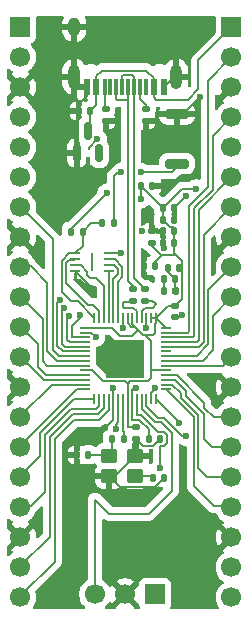
<source format=gbr>
%TF.GenerationSoftware,KiCad,Pcbnew,9.0.7*%
%TF.CreationDate,2026-01-26T20:35:48+05:30*%
%TF.ProjectId,Devboard,44657662-6f61-4726-942e-6b696361645f,rev?*%
%TF.SameCoordinates,Original*%
%TF.FileFunction,Copper,L1,Top*%
%TF.FilePolarity,Positive*%
%FSLAX46Y46*%
G04 Gerber Fmt 4.6, Leading zero omitted, Abs format (unit mm)*
G04 Created by KiCad (PCBNEW 9.0.7) date 2026-01-26 20:35:48*
%MOMM*%
%LPD*%
G01*
G04 APERTURE LIST*
G04 Aperture macros list*
%AMRoundRect*
0 Rectangle with rounded corners*
0 $1 Rounding radius*
0 $2 $3 $4 $5 $6 $7 $8 $9 X,Y pos of 4 corners*
0 Add a 4 corners polygon primitive as box body*
4,1,4,$2,$3,$4,$5,$6,$7,$8,$9,$2,$3,0*
0 Add four circle primitives for the rounded corners*
1,1,$1+$1,$2,$3*
1,1,$1+$1,$4,$5*
1,1,$1+$1,$6,$7*
1,1,$1+$1,$8,$9*
0 Add four rect primitives between the rounded corners*
20,1,$1+$1,$2,$3,$4,$5,0*
20,1,$1+$1,$4,$5,$6,$7,0*
20,1,$1+$1,$6,$7,$8,$9,0*
20,1,$1+$1,$8,$9,$2,$3,0*%
G04 Aperture macros list end*
%TA.AperFunction,ComponentPad*%
%ADD10C,1.700000*%
%TD*%
%TA.AperFunction,ComponentPad*%
%ADD11R,1.700000X1.700000*%
%TD*%
%TA.AperFunction,SMDPad,CuDef*%
%ADD12RoundRect,0.140000X0.170000X-0.140000X0.170000X0.140000X-0.170000X0.140000X-0.170000X-0.140000X0*%
%TD*%
%TA.AperFunction,SMDPad,CuDef*%
%ADD13RoundRect,0.140000X-0.140000X-0.170000X0.140000X-0.170000X0.140000X0.170000X-0.140000X0.170000X0*%
%TD*%
%TA.AperFunction,SMDPad,CuDef*%
%ADD14RoundRect,0.140000X0.140000X0.170000X-0.140000X0.170000X-0.140000X-0.170000X0.140000X-0.170000X0*%
%TD*%
%TA.AperFunction,SMDPad,CuDef*%
%ADD15RoundRect,0.135000X0.135000X0.185000X-0.135000X0.185000X-0.135000X-0.185000X0.135000X-0.185000X0*%
%TD*%
%TA.AperFunction,SMDPad,CuDef*%
%ADD16RoundRect,0.135000X-0.185000X0.135000X-0.185000X-0.135000X0.185000X-0.135000X0.185000X0.135000X0*%
%TD*%
%TA.AperFunction,SMDPad,CuDef*%
%ADD17RoundRect,0.135000X-0.135000X-0.185000X0.135000X-0.185000X0.135000X0.185000X-0.135000X0.185000X0*%
%TD*%
%TA.AperFunction,SMDPad,CuDef*%
%ADD18RoundRect,0.062500X-0.387500X-0.062500X0.387500X-0.062500X0.387500X0.062500X-0.387500X0.062500X0*%
%TD*%
%TA.AperFunction,HeatsinkPad*%
%ADD19R,0.200000X1.600000*%
%TD*%
%TA.AperFunction,SMDPad,CuDef*%
%ADD20R,0.600000X1.450000*%
%TD*%
%TA.AperFunction,SMDPad,CuDef*%
%ADD21R,0.300000X1.450000*%
%TD*%
%TA.AperFunction,HeatsinkPad*%
%ADD22O,1.000000X2.100000*%
%TD*%
%TA.AperFunction,HeatsinkPad*%
%ADD23O,1.000000X1.600000*%
%TD*%
%TA.AperFunction,SMDPad,CuDef*%
%ADD24RoundRect,0.200000X-0.800000X0.200000X-0.800000X-0.200000X0.800000X-0.200000X0.800000X0.200000X0*%
%TD*%
%TA.AperFunction,SMDPad,CuDef*%
%ADD25RoundRect,0.140000X-0.170000X0.140000X-0.170000X-0.140000X0.170000X-0.140000X0.170000X0.140000X0*%
%TD*%
%TA.AperFunction,SMDPad,CuDef*%
%ADD26RoundRect,0.150000X0.150000X-0.587500X0.150000X0.587500X-0.150000X0.587500X-0.150000X-0.587500X0*%
%TD*%
%TA.AperFunction,SMDPad,CuDef*%
%ADD27RoundRect,0.250000X-0.450000X-0.350000X0.450000X-0.350000X0.450000X0.350000X-0.450000X0.350000X0*%
%TD*%
%TA.AperFunction,SMDPad,CuDef*%
%ADD28RoundRect,0.050000X-0.387500X-0.050000X0.387500X-0.050000X0.387500X0.050000X-0.387500X0.050000X0*%
%TD*%
%TA.AperFunction,SMDPad,CuDef*%
%ADD29RoundRect,0.050000X-0.050000X-0.387500X0.050000X-0.387500X0.050000X0.387500X-0.050000X0.387500X0*%
%TD*%
%TA.AperFunction,HeatsinkPad*%
%ADD30R,3.200000X3.200000*%
%TD*%
%TA.AperFunction,ViaPad*%
%ADD31C,0.600000*%
%TD*%
%TA.AperFunction,Conductor*%
%ADD32C,0.200000*%
%TD*%
G04 APERTURE END LIST*
D10*
%TO.P,J2,20,Pin_20*%
%TO.N,GPI 15*%
X57360000Y-70450000D03*
%TO.P,J2,19,Pin_19*%
%TO.N,GPI 14*%
X57360000Y-67910000D03*
%TO.P,J2,18,Pin_18*%
%TO.N,GND*%
X57360000Y-65370000D03*
%TO.P,J2,17,Pin_17*%
%TO.N,GPI 13*%
X57360000Y-62830000D03*
%TO.P,J2,16,Pin_16*%
%TO.N,GPI 12*%
X57360000Y-60290000D03*
%TO.P,J2,15,Pin_15*%
%TO.N,GPI 11*%
X57360000Y-57750000D03*
%TO.P,J2,14,Pin_14*%
%TO.N,GPI 10*%
X57360000Y-55210000D03*
%TO.P,J2,13,Pin_13*%
%TO.N,GND*%
X57360000Y-52670000D03*
%TO.P,J2,12,Pin_12*%
%TO.N,GPIO 9*%
X57360000Y-50130000D03*
%TO.P,J2,11,Pin_11*%
%TO.N,GPIO 8*%
X57360000Y-47590000D03*
%TO.P,J2,10,Pin_10*%
%TO.N,GPIO 7*%
X57360000Y-45050000D03*
%TO.P,J2,9,Pin_9*%
%TO.N,GPIO 6*%
X57360000Y-42510000D03*
%TO.P,J2,8,Pin_8*%
%TO.N,GND*%
X57360000Y-39970000D03*
%TO.P,J2,7,Pin_7*%
%TO.N,GPIO 5*%
X57360000Y-37430000D03*
%TO.P,J2,6,Pin_6*%
%TO.N,GPIO 4*%
X57360000Y-34890000D03*
%TO.P,J2,5,Pin_5*%
%TO.N,GPIO 3*%
X57360000Y-32350000D03*
%TO.P,J2,4,Pin_4*%
%TO.N,GPIO 2*%
X57360000Y-29810000D03*
%TO.P,J2,3,Pin_3*%
%TO.N,GND*%
X57360000Y-27270000D03*
%TO.P,J2,2,Pin_2*%
%TO.N,GPIO 1*%
X57360000Y-24730000D03*
D11*
%TO.P,J2,1,Pin_1*%
%TO.N,GPI 0*%
X57360000Y-22190000D03*
%TD*%
D10*
%TO.P,J3,20,Pin_20*%
%TO.N,GPI 16*%
X75250000Y-70470000D03*
%TO.P,J3,19,Pin_19*%
%TO.N,GPI 17*%
X75250000Y-67930000D03*
%TO.P,J3,18,Pin_18*%
%TO.N,GND*%
X75250000Y-65390000D03*
%TO.P,J3,17,Pin_17*%
%TO.N,GPI 18*%
X75250000Y-62850000D03*
%TO.P,J3,16,Pin_16*%
%TO.N,GPI 19*%
X75250000Y-60310000D03*
%TO.P,J3,15,Pin_15*%
%TO.N,GPI 20*%
X75250000Y-57770000D03*
%TO.P,J3,14,Pin_14*%
%TO.N,GPI 21*%
X75250000Y-55230000D03*
%TO.P,J3,13,Pin_13*%
%TO.N,GND*%
X75250000Y-52690000D03*
%TO.P,J3,12,Pin_12*%
%TO.N,GPI 22*%
X75250000Y-50150000D03*
%TO.P,J3,11,Pin_11*%
%TO.N,RUN*%
X75250000Y-47610000D03*
%TO.P,J3,10,Pin_10*%
%TO.N,GPI 23*%
X75250000Y-45070000D03*
%TO.P,J3,9,Pin_9*%
%TO.N,GPI 24*%
X75250000Y-42530000D03*
%TO.P,J3,8,Pin_8*%
%TO.N,GND*%
X75250000Y-39990000D03*
%TO.P,J3,7,Pin_7*%
%TO.N,GPI 26*%
X75250000Y-37450000D03*
%TO.P,J3,6,Pin_6*%
%TO.N,GPI 27*%
X75250000Y-34910000D03*
%TO.P,J3,5,Pin_5*%
%TO.N,+3V3*%
X75250000Y-32370000D03*
%TO.P,J3,4,Pin_4*%
%TO.N,GPI 28*%
X75250000Y-29830000D03*
%TO.P,J3,3,Pin_3*%
%TO.N,GND*%
X75250000Y-27290000D03*
%TO.P,J3,2,Pin_2*%
%TO.N,GPI 29*%
X75250000Y-24750000D03*
D11*
%TO.P,J3,1,Pin_1*%
%TO.N,VBUS*%
X75250000Y-22210000D03*
%TD*%
D12*
%TO.P,C14,1*%
%TO.N,GND*%
X70500000Y-46740000D03*
%TO.P,C14,2*%
%TO.N,+3V3*%
X70500000Y-45780000D03*
%TD*%
D13*
%TO.P,C13,1*%
%TO.N,GND*%
X62320000Y-29300000D03*
%TO.P,C13,2*%
%TO.N,VBUS*%
X63280000Y-29300000D03*
%TD*%
D14*
%TO.P,C9,1*%
%TO.N,+3V3*%
X68780000Y-42400000D03*
%TO.P,C9,2*%
%TO.N,GND*%
X67820000Y-42400000D03*
%TD*%
D13*
%TO.P,C16,1*%
%TO.N,XIN*%
X68590000Y-60330000D03*
%TO.P,C16,2*%
%TO.N,GND*%
X69550000Y-60330000D03*
%TD*%
D14*
%TO.P,C5,1*%
%TO.N,+3V3*%
X70830000Y-42550000D03*
%TO.P,C5,2*%
%TO.N,GND*%
X69870000Y-42550000D03*
%TD*%
%TO.P,C7,1*%
%TO.N,+3V3*%
X70420000Y-40470000D03*
%TO.P,C7,2*%
%TO.N,GND*%
X69460000Y-40470000D03*
%TD*%
%TO.P,C11,1*%
%TO.N,+3V3*%
X70420000Y-39470000D03*
%TO.P,C11,2*%
%TO.N,GND*%
X69460000Y-39470000D03*
%TD*%
D15*
%TO.P,R6,1*%
%TO.N,QSPI_SS*%
X62655000Y-39497500D03*
%TO.P,R6,2*%
%TO.N,+3V3*%
X61635000Y-39497500D03*
%TD*%
D16*
%TO.P,R1,1*%
%TO.N,Net-(J1-CC1)*%
X68000000Y-29090000D03*
%TO.P,R1,2*%
%TO.N,GND*%
X68000000Y-30110000D03*
%TD*%
%TO.P,R4,1*%
%TO.N,D -*%
X67900000Y-44400000D03*
%TO.P,R4,2*%
%TO.N,Net-(U1-USB_DM)*%
X67900000Y-45420000D03*
%TD*%
D13*
%TO.P,C3,1*%
%TO.N,+1V1*%
X69560000Y-44570000D03*
%TO.P,C3,2*%
%TO.N,GND*%
X70520000Y-44570000D03*
%TD*%
D17*
%TO.P,R7,1*%
%TO.N,QSPI_SS*%
X64265000Y-38777500D03*
%TO.P,R7,2*%
%TO.N,Net-(R7-Pad2)*%
X65285000Y-38777500D03*
%TD*%
D13*
%TO.P,C10,1*%
%TO.N,+3V3*%
X69460000Y-38500000D03*
%TO.P,C10,2*%
%TO.N,GND*%
X70420000Y-38500000D03*
%TD*%
D18*
%TO.P,U3,1,~{CS}*%
%TO.N,QSPI_SS*%
X62015000Y-41350000D03*
%TO.P,U3,2,DO/IO_{1}*%
%TO.N,QSPI_SD1*%
X62015000Y-41850000D03*
%TO.P,U3,3,~{WP}/IO_{2}*%
%TO.N,QSPI_SD2*%
X62015000Y-42350000D03*
%TO.P,U3,4,GND*%
%TO.N,GND*%
X62015000Y-42850000D03*
%TO.P,U3,5,DI/IO_{0}*%
%TO.N,QSPI_SD0*%
X64865000Y-42850000D03*
%TO.P,U3,6,CLK*%
%TO.N,QSPI_SCLK*%
X64865000Y-42350000D03*
%TO.P,U3,7,~{HOLD}/~{RESET}/IO_{3}*%
%TO.N,QSPI_SD3*%
X64865000Y-41850000D03*
%TO.P,U3,8,VCC*%
%TO.N,GND*%
X64865000Y-41350000D03*
D19*
%TO.P,U3,9*%
%TO.N,N/C*%
X63440000Y-42100000D03*
%TD*%
D20*
%TO.P,J1,A1,GND*%
%TO.N,GND*%
X69500000Y-27295000D03*
%TO.P,J1,A4,VBUS*%
%TO.N,VBUS*%
X68700000Y-27295000D03*
D21*
%TO.P,J1,A5,CC1*%
%TO.N,Net-(J1-CC1)*%
X67500000Y-27295000D03*
%TO.P,J1,A6,D+*%
%TO.N,D +*%
X66500000Y-27295000D03*
%TO.P,J1,A7,D-*%
%TO.N,D -*%
X66000000Y-27295000D03*
%TO.P,J1,A8*%
%TO.N,N/C*%
X65000000Y-27295000D03*
D20*
%TO.P,J1,A9,VBUS*%
%TO.N,VBUS*%
X63800000Y-27295000D03*
%TO.P,J1,A12,GND*%
%TO.N,GND*%
X63000000Y-27295000D03*
%TO.P,J1,B1,GND*%
X63000000Y-27295000D03*
%TO.P,J1,B4,VBUS*%
%TO.N,VBUS*%
X63800000Y-27295000D03*
D21*
%TO.P,J1,B5,CC2*%
%TO.N,Net-(J1-CC2)*%
X64500000Y-27295000D03*
%TO.P,J1,B6,D+*%
%TO.N,D +*%
X65500000Y-27295000D03*
%TO.P,J1,B7,D-*%
%TO.N,D -*%
X67000000Y-27295000D03*
%TO.P,J1,B8*%
%TO.N,N/C*%
X68000000Y-27295000D03*
D20*
%TO.P,J1,B9,VBUS*%
%TO.N,VBUS*%
X68700000Y-27295000D03*
%TO.P,J1,B12,GND*%
%TO.N,GND*%
X69500000Y-27295000D03*
D22*
%TO.P,J1,S1,SHIELD*%
X70570000Y-26380000D03*
D23*
X70570000Y-22200000D03*
D22*
X61930000Y-26380000D03*
D23*
X61930000Y-22200000D03*
%TD*%
D13*
%TO.P,C1,1*%
%TO.N,+1V1*%
X69520000Y-43500000D03*
%TO.P,C1,2*%
%TO.N,GND*%
X70480000Y-43500000D03*
%TD*%
D14*
%TO.P,C15,1*%
%TO.N,Net-(C15-Pad1)*%
X63140000Y-58400000D03*
%TO.P,C15,2*%
%TO.N,GND*%
X62180000Y-58400000D03*
%TD*%
D24*
%TO.P,SW1,1,1*%
%TO.N,GND*%
X70640000Y-29540000D03*
%TO.P,SW1,2,2*%
%TO.N,Net-(R7-Pad2)*%
X70640000Y-33740000D03*
%TD*%
D16*
%TO.P,R2,1*%
%TO.N,Net-(J1-CC2)*%
X64600000Y-29090000D03*
%TO.P,R2,2*%
%TO.N,GND*%
X64600000Y-30110000D03*
%TD*%
D25*
%TO.P,C8,1*%
%TO.N,+3V3*%
X67130000Y-56080000D03*
%TO.P,C8,2*%
%TO.N,GND*%
X67130000Y-57040000D03*
%TD*%
D16*
%TO.P,R3,1*%
%TO.N,D +*%
X66950000Y-44390000D03*
%TO.P,R3,2*%
%TO.N,Net-(U1-USB_DP)*%
X66950000Y-45410000D03*
%TD*%
D26*
%TO.P,U4,1,GND*%
%TO.N,GND*%
X62150000Y-32875000D03*
%TO.P,U4,2,VO*%
%TO.N,+3V3*%
X64050000Y-32875000D03*
%TO.P,U4,3,VI*%
%TO.N,VBUS*%
X63100000Y-31000000D03*
%TD*%
D13*
%TO.P,C4,1*%
%TO.N,+3V3*%
X67550000Y-35630000D03*
%TO.P,C4,2*%
%TO.N,GND*%
X68510000Y-35630000D03*
%TD*%
D27*
%TO.P,Y1,1,1*%
%TO.N,GND*%
X64900000Y-60200000D03*
%TO.P,Y1,2,2*%
%TO.N,XIN*%
X67100000Y-60200000D03*
%TO.P,Y1,3,3*%
%TO.N,GND*%
X67100000Y-58500000D03*
%TO.P,Y1,4,4*%
%TO.N,Net-(C15-Pad1)*%
X64900000Y-58500000D03*
%TD*%
D13*
%TO.P,C6,1*%
%TO.N,+3V3*%
X69450000Y-37500000D03*
%TO.P,C6,2*%
%TO.N,GND*%
X70410000Y-37500000D03*
%TD*%
%TO.P,C2,1*%
%TO.N,+1V1*%
X68240000Y-57060000D03*
%TO.P,C2,2*%
%TO.N,GND*%
X69200000Y-57060000D03*
%TD*%
D28*
%TO.P,U1,1,IOVDD*%
%TO.N,+3V3*%
X62812500Y-47650000D03*
%TO.P,U1,2,GPIO0*%
%TO.N,GPI 0*%
X62812500Y-48050000D03*
%TO.P,U1,3,GPIO1*%
%TO.N,GPIO 1*%
X62812500Y-48450000D03*
%TO.P,U1,4,GPIO2*%
%TO.N,GPIO 2*%
X62812500Y-48850000D03*
%TO.P,U1,5,GPIO3*%
%TO.N,GPIO 3*%
X62812500Y-49250000D03*
%TO.P,U1,6,GPIO4*%
%TO.N,GPIO 4*%
X62812500Y-49650000D03*
%TO.P,U1,7,GPIO5*%
%TO.N,GPIO 5*%
X62812500Y-50050000D03*
%TO.P,U1,8,GPIO6*%
%TO.N,GPIO 6*%
X62812500Y-50450000D03*
%TO.P,U1,9,GPIO7*%
%TO.N,GPIO 7*%
X62812500Y-50850000D03*
%TO.P,U1,10,IOVDD*%
%TO.N,+3V3*%
X62812500Y-51250000D03*
%TO.P,U1,11,GPIO8*%
%TO.N,GPIO 8*%
X62812500Y-51650000D03*
%TO.P,U1,12,GPIO9*%
%TO.N,GPIO 9*%
X62812500Y-52050000D03*
%TO.P,U1,13,GPIO10*%
%TO.N,GPI 10*%
X62812500Y-52450000D03*
%TO.P,U1,14,GPIO11*%
%TO.N,GPI 11*%
X62812500Y-52850000D03*
D29*
%TO.P,U1,15,GPIO12*%
%TO.N,GPI 12*%
X63650000Y-53687500D03*
%TO.P,U1,16,GPIO13*%
%TO.N,GPI 13*%
X64050000Y-53687500D03*
%TO.P,U1,17,GPIO14*%
%TO.N,GPI 14*%
X64450000Y-53687500D03*
%TO.P,U1,18,GPIO15*%
%TO.N,GPI 15*%
X64850000Y-53687500D03*
%TO.P,U1,19,TESTEN*%
%TO.N,GND*%
X65250000Y-53687500D03*
%TO.P,U1,20,XIN*%
%TO.N,XIN*%
X65650000Y-53687500D03*
%TO.P,U1,21,XOUT*%
%TO.N,XOUT*%
X66050000Y-53687500D03*
%TO.P,U1,22,IOVDD*%
%TO.N,+3V3*%
X66450000Y-53687500D03*
%TO.P,U1,23,DVDD*%
%TO.N,+1V1*%
X66850000Y-53687500D03*
%TO.P,U1,24,SWCLK*%
%TO.N,SWCLK*%
X67250000Y-53687500D03*
%TO.P,U1,25,SWD*%
%TO.N,SWD*%
X67650000Y-53687500D03*
%TO.P,U1,26,RUN*%
%TO.N,RUN*%
X68050000Y-53687500D03*
%TO.P,U1,27,GPIO16*%
%TO.N,GPI 16*%
X68450000Y-53687500D03*
%TO.P,U1,28,GPIO17*%
%TO.N,GPI 17*%
X68850000Y-53687500D03*
D28*
%TO.P,U1,29,GPIO18*%
%TO.N,GPI 18*%
X69687500Y-52850000D03*
%TO.P,U1,30,GPIO19*%
%TO.N,GPI 19*%
X69687500Y-52450000D03*
%TO.P,U1,31,GPIO20*%
%TO.N,GPI 20*%
X69687500Y-52050000D03*
%TO.P,U1,32,GPIO21*%
%TO.N,GPI 21*%
X69687500Y-51650000D03*
%TO.P,U1,33,IOVDD*%
%TO.N,+3V3*%
X69687500Y-51250000D03*
%TO.P,U1,34,GPIO22*%
%TO.N,GPI 22*%
X69687500Y-50850000D03*
%TO.P,U1,35,GPIO23*%
%TO.N,GPI 23*%
X69687500Y-50450000D03*
%TO.P,U1,36,GPIO24*%
%TO.N,GPI 24*%
X69687500Y-50050000D03*
%TO.P,U1,37,GPIO25*%
%TO.N,unconnected-(U1-GPIO25-Pad37)*%
X69687500Y-49650000D03*
%TO.P,U1,38,GPIO26_ADC0*%
%TO.N,GPI 26*%
X69687500Y-49250000D03*
%TO.P,U1,39,GPIO27_ADC1*%
%TO.N,GPI 27*%
X69687500Y-48850000D03*
%TO.P,U1,40,GPIO28_ADC2*%
%TO.N,GPI 28*%
X69687500Y-48450000D03*
%TO.P,U1,41,GPIO29_ADC3*%
%TO.N,GPI 29*%
X69687500Y-48050000D03*
%TO.P,U1,42,IOVDD*%
%TO.N,+3V3*%
X69687500Y-47650000D03*
D29*
%TO.P,U1,43,ADC_AVDD*%
X68850000Y-46812500D03*
%TO.P,U1,44,VREG_IN*%
X68450000Y-46812500D03*
%TO.P,U1,45,VREG_VOUT*%
%TO.N,+1V1*%
X68050000Y-46812500D03*
%TO.P,U1,46,USB_DM*%
%TO.N,Net-(U1-USB_DM)*%
X67650000Y-46812500D03*
%TO.P,U1,47,USB_DP*%
%TO.N,Net-(U1-USB_DP)*%
X67250000Y-46812500D03*
%TO.P,U1,48,USB_VDD*%
%TO.N,+3V3*%
X66850000Y-46812500D03*
%TO.P,U1,49,IOVDD*%
X66450000Y-46812500D03*
%TO.P,U1,50,DVDD*%
%TO.N,+1V1*%
X66050000Y-46812500D03*
%TO.P,U1,51,QSPI_SD3*%
%TO.N,QSPI_SD3*%
X65650000Y-46812500D03*
%TO.P,U1,52,QSPI_SCLK*%
%TO.N,QSPI_SCLK*%
X65250000Y-46812500D03*
%TO.P,U1,53,QSPI_SD0*%
%TO.N,QSPI_SD0*%
X64850000Y-46812500D03*
%TO.P,U1,54,QSPI_SD2*%
%TO.N,QSPI_SD2*%
X64450000Y-46812500D03*
%TO.P,U1,55,QSPI_SD1*%
%TO.N,QSPI_SD1*%
X64050000Y-46812500D03*
%TO.P,U1,56,QSPI_SS*%
%TO.N,QSPI_SS*%
X63650000Y-46812500D03*
D30*
%TO.P,U1,57,GND*%
%TO.N,GND*%
X66250000Y-50250000D03*
%TD*%
D17*
%TO.P,R5,1*%
%TO.N,Net-(C15-Pad1)*%
X65100000Y-57040000D03*
%TO.P,R5,2*%
%TO.N,XOUT*%
X66120000Y-57040000D03*
%TD*%
D12*
%TO.P,C17,1*%
%TO.N,+3V3*%
X68500000Y-40440000D03*
%TO.P,C17,2*%
%TO.N,GND*%
X68500000Y-39480000D03*
%TD*%
D11*
%TO.P,J4,1,Pin_1*%
%TO.N,SWCLK*%
X68780000Y-70200000D03*
D10*
%TO.P,J4,2,Pin_2*%
%TO.N,GND*%
X66240000Y-70200000D03*
%TO.P,J4,3,Pin_3*%
%TO.N,SWD*%
X63700000Y-70200000D03*
%TD*%
D31*
%TO.N,GND*%
X71400000Y-36500000D03*
X64500000Y-56100000D03*
X67690000Y-39465028D03*
%TO.N,*%
X63898757Y-31637500D03*
%TO.N,GND*%
X72599265Y-28099265D03*
X70600000Y-24600000D03*
X70400000Y-37500000D03*
X69550000Y-40870000D03*
X63600000Y-44350000D03*
X65925000Y-41350000D03*
X67820000Y-42400000D03*
X71050000Y-46550000D03*
X70501000Y-44570000D03*
%TO.N,+3V3*%
X64685000Y-36250000D03*
X72273460Y-35873460D03*
X64050000Y-32875000D03*
X67569000Y-36750000D03*
%TO.N,GPI 0*%
X63750000Y-48450000D03*
%TO.N,GPIO 1*%
X62400000Y-46550000D03*
%TO.N,GPIO 2*%
X61500000Y-46657178D03*
%TO.N,GPIO 3*%
X61100000Y-45964356D03*
%TO.N,GPIO 4*%
X60700000Y-45271535D03*
%TO.N,GND*%
X65250000Y-52751000D03*
X66250000Y-50250000D03*
%TO.N,RUN*%
X71424265Y-56850000D03*
%TO.N,GPI 17*%
X70824265Y-55725735D03*
%TO.N,GPI 16*%
X68750000Y-52750000D03*
%TO.N,SWCLK*%
X69190000Y-59556263D03*
%TO.N,+1V1*%
X67144465Y-52752567D03*
%TO.N,Net-(R7-Pad2)*%
X67569000Y-34450000D03*
X65925000Y-34450000D03*
%TO.N,XIN*%
X68590000Y-60330000D03*
X65450000Y-56254916D03*
%TO.N,+1V1*%
X68050000Y-47650000D03*
X66050000Y-47700000D03*
X69560000Y-44570000D03*
%TD*%
D32*
%TO.N,GND*%
X71400000Y-36500000D02*
X71010000Y-36890000D01*
X71010000Y-36890000D02*
X71010000Y-36900000D01*
X71010000Y-36900000D02*
X70410000Y-37500000D01*
%TO.N,+3V3*%
X71076540Y-35873460D02*
X69450000Y-37500000D01*
X72273460Y-35873460D02*
X71076540Y-35873460D01*
%TO.N,GND*%
X67690000Y-39465028D02*
X67690000Y-39645705D01*
%TO.N,*%
X63150000Y-32386257D02*
X63898757Y-31637500D01*
X63150000Y-32550000D02*
X63150000Y-32386257D01*
%TO.N,GND*%
X71158530Y-29540000D02*
X72599265Y-28099265D01*
X70640000Y-29540000D02*
X71158530Y-29540000D01*
X70570000Y-24630000D02*
X70600000Y-24600000D01*
X70570000Y-26380000D02*
X70570000Y-24630000D01*
X70570000Y-26380000D02*
X70415000Y-26380000D01*
X70415000Y-26380000D02*
X69500000Y-27295000D01*
X64650000Y-56050000D02*
X64550000Y-56050000D01*
X65150000Y-55550000D02*
X64650000Y-56050000D01*
X65250000Y-55450000D02*
X65150000Y-55550000D01*
X65150000Y-55550000D02*
X65050000Y-55650000D01*
X65250000Y-53687500D02*
X65250000Y-55450000D01*
%TO.N,XIN*%
X65450000Y-56254916D02*
X65450000Y-55850000D01*
X65450000Y-55850000D02*
X65650000Y-55650000D01*
X65650000Y-55650000D02*
X65650000Y-53687500D01*
%TO.N,VBUS*%
X68899000Y-28321000D02*
X71529000Y-28321000D01*
X72450000Y-27400000D02*
X72450000Y-25010000D01*
X71529000Y-28321000D02*
X72450000Y-27400000D01*
X68700000Y-28122000D02*
X68899000Y-28321000D01*
X68700000Y-27295000D02*
X68700000Y-28122000D01*
X72450000Y-25010000D02*
X75250000Y-22210000D01*
X63280000Y-29300000D02*
X63280000Y-30820000D01*
X63280000Y-30820000D02*
X63100000Y-31000000D01*
X63800000Y-27295000D02*
X63800000Y-28780000D01*
X63800000Y-28780000D02*
X63280000Y-29300000D01*
%TO.N,GND*%
X63000000Y-27295000D02*
X63000000Y-28050000D01*
X63000000Y-28050000D02*
X62320000Y-28730000D01*
X62320000Y-28730000D02*
X62320000Y-29300000D01*
X70410000Y-37500000D02*
X70400000Y-37500000D01*
X69460000Y-40780000D02*
X69550000Y-40870000D01*
X69460000Y-40470000D02*
X69460000Y-40780000D01*
%TO.N,+3V3*%
X70420000Y-40470000D02*
X70420000Y-41300000D01*
X70420000Y-41300000D02*
X70590000Y-41470000D01*
X66450000Y-52400000D02*
X66699000Y-52151000D01*
X66699000Y-52151000D02*
X68151000Y-52151000D01*
X68151000Y-52151000D02*
X68400000Y-51902000D01*
X68400000Y-51902000D02*
X68400000Y-51250000D01*
%TO.N,GPI 16*%
X68750000Y-52850000D02*
X68450000Y-53150000D01*
X68750000Y-52750000D02*
X68750000Y-52850000D01*
X68450000Y-53150000D02*
X68450000Y-53687500D01*
%TO.N,+1V1*%
X67144465Y-52752567D02*
X66972402Y-52752567D01*
X66972402Y-52752567D02*
X66850000Y-52874969D01*
X66850000Y-52874969D02*
X66850000Y-53687500D01*
%TO.N,+3V3*%
X66201000Y-52151000D02*
X66450000Y-52400000D01*
%TO.N,GND*%
X63515000Y-44350000D02*
X63600000Y-44350000D01*
X62015000Y-42850000D02*
X63515000Y-44350000D01*
%TO.N,QSPI_SD1*%
X64050000Y-46812500D02*
X64050000Y-46250000D01*
X64050000Y-46250000D02*
X63500000Y-45700000D01*
X61264000Y-43859400D02*
X61264000Y-42135202D01*
X63500000Y-45700000D02*
X63104600Y-45700000D01*
X63104600Y-45700000D02*
X61264000Y-43859400D01*
X61264000Y-42135202D02*
X61475202Y-41924000D01*
X61475202Y-41924000D02*
X61950000Y-41924000D01*
X61950000Y-41924000D02*
X61950000Y-41915000D01*
X61950000Y-41915000D02*
X62015000Y-41850000D01*
%TO.N,QSPI_SS*%
X62015000Y-41350000D02*
X61482102Y-41350000D01*
X61482102Y-41350000D02*
X60863000Y-41969102D01*
X60863000Y-41969102D02*
X60863000Y-44584592D01*
X60863000Y-44584592D02*
X61650000Y-45371592D01*
X61650000Y-45371592D02*
X61650000Y-45400000D01*
X61650000Y-45400000D02*
X62237500Y-45400000D01*
X62237500Y-45400000D02*
X63650000Y-46812500D01*
%TO.N,GPIO 4*%
X60950000Y-49650000D02*
X62812500Y-49650000D01*
X60500000Y-45471535D02*
X60500000Y-49200000D01*
X60700000Y-45271535D02*
X60500000Y-45471535D01*
X60500000Y-49200000D02*
X60950000Y-49650000D01*
%TO.N,GPIO 3*%
X61100000Y-45964356D02*
X60900000Y-46164356D01*
X61117100Y-49250000D02*
X62812500Y-49250000D01*
X60900000Y-46164356D02*
X60900000Y-49032900D01*
X60900000Y-49032900D02*
X61117100Y-49250000D01*
%TO.N,GPIO 2*%
X61500000Y-46657178D02*
X61350000Y-46807178D01*
X61350000Y-46807178D02*
X61350000Y-48650000D01*
%TO.N,GPIO 1*%
X62400000Y-46550000D02*
X62400000Y-46850000D01*
X62400000Y-46850000D02*
X61750000Y-47500000D01*
X61750000Y-47500000D02*
X61750000Y-48450000D01*
X61750000Y-48450000D02*
X62812500Y-48450000D01*
%TO.N,GPIO 2*%
X61550000Y-48850000D02*
X61350000Y-48650000D01*
X62812500Y-48850000D02*
X61550000Y-48850000D01*
%TO.N,GND*%
X65925000Y-41350000D02*
X64865000Y-41350000D01*
X70860000Y-46740000D02*
X71050000Y-46550000D01*
X70500000Y-46740000D02*
X70860000Y-46740000D01*
X70480000Y-43500000D02*
X70480000Y-44530000D01*
X70480000Y-44530000D02*
X70520000Y-44570000D01*
X69870000Y-42550000D02*
X69870000Y-42890000D01*
X69870000Y-42890000D02*
X70480000Y-43500000D01*
X69550000Y-60330000D02*
X68779000Y-61101000D01*
X68779000Y-61101000D02*
X65801000Y-61101000D01*
X65801000Y-61101000D02*
X64900000Y-60200000D01*
%TO.N,SWD*%
X67650000Y-53687500D02*
X67650000Y-54500000D01*
X67650000Y-54500000D02*
X68800000Y-55650000D01*
X63700000Y-62200000D02*
X63700000Y-70200000D01*
X68800000Y-55650000D02*
X69294650Y-55650000D01*
X69294650Y-55650000D02*
X70182000Y-56537350D01*
X70182000Y-56537350D02*
X70182000Y-61468000D01*
X70182000Y-61468000D02*
X68250000Y-63400000D01*
X68250000Y-63400000D02*
X64900000Y-63400000D01*
X64900000Y-63400000D02*
X63700000Y-62200000D01*
%TO.N,GND*%
X69200000Y-57060000D02*
X68589000Y-57671000D01*
X68589000Y-57671000D02*
X67761000Y-57671000D01*
X67761000Y-57671000D02*
X67130000Y-57040000D01*
X67100000Y-58500000D02*
X65400000Y-60200000D01*
X65400000Y-60200000D02*
X64900000Y-60200000D01*
%TO.N,+3V3*%
X61635000Y-39497500D02*
X61635000Y-39300000D01*
X61635000Y-39300000D02*
X64685000Y-36250000D01*
X67550000Y-35630000D02*
X67550000Y-36731000D01*
X67550000Y-36731000D02*
X67569000Y-36750000D01*
X69450000Y-37500000D02*
X69420000Y-37500000D01*
X69420000Y-37500000D02*
X67550000Y-35630000D01*
%TO.N,GPI 0*%
X63350000Y-48050000D02*
X63750000Y-48450000D01*
X62812500Y-48050000D02*
X63350000Y-48050000D01*
%TO.N,+3V3*%
X70590000Y-41470000D02*
X69350000Y-41470000D01*
X68780000Y-42400000D02*
X68780000Y-42040000D01*
X68780000Y-42040000D02*
X69350000Y-41470000D01*
%TO.N,GPIO 5*%
X60650000Y-50050000D02*
X60100000Y-49500000D01*
X62812500Y-50050000D02*
X60650000Y-50050000D01*
X60100000Y-49500000D02*
X60100000Y-40100000D01*
X60100000Y-40100000D02*
X57360000Y-37360000D01*
%TO.N,GPIO 6*%
X62812500Y-50450000D02*
X60450000Y-50450000D01*
X60450000Y-50450000D02*
X59652000Y-49652000D01*
X59652000Y-49652000D02*
X59652000Y-43852000D01*
X59652000Y-43852000D02*
X58240000Y-42440000D01*
X58240000Y-42440000D02*
X57360000Y-42440000D01*
%TO.N,GPIO 7*%
X59651000Y-50850000D02*
X59251000Y-50450000D01*
X62812500Y-50850000D02*
X59651000Y-50850000D01*
X59251000Y-50450000D02*
X59251000Y-46871000D01*
X59251000Y-46871000D02*
X57360000Y-44980000D01*
%TO.N,GPIO 8*%
X59550000Y-51650000D02*
X58850000Y-50950000D01*
X62812500Y-51650000D02*
X59550000Y-51650000D01*
X58850000Y-50950000D02*
X58850000Y-49010000D01*
X58850000Y-49010000D02*
X57360000Y-47520000D01*
%TO.N,GPI 15*%
X64033050Y-55434050D02*
X61934050Y-55434050D01*
X64850000Y-54617100D02*
X64033050Y-55434050D01*
X64850000Y-53687500D02*
X64850000Y-54617100D01*
X61934050Y-55434050D02*
X60281550Y-57086550D01*
X60281550Y-57086550D02*
X60281550Y-67458450D01*
X60281550Y-67458450D02*
X57360000Y-70380000D01*
%TO.N,GPI 14*%
X64450000Y-53687500D02*
X64450000Y-54450000D01*
X64450000Y-54450000D02*
X63949000Y-54951000D01*
X63949000Y-54951000D02*
X61850000Y-54951000D01*
X61850000Y-54951000D02*
X59880550Y-56920450D01*
X59880550Y-56920450D02*
X59880550Y-65319450D01*
X59880550Y-65319450D02*
X57360000Y-67840000D01*
%TO.N,GPI 12*%
X59078550Y-56528550D02*
X61919600Y-53687500D01*
X61919600Y-53687500D02*
X63649000Y-53687500D01*
%TO.N,GPI 13*%
X64050000Y-53687500D02*
X64050000Y-54250000D01*
X64050000Y-54250000D02*
X63750000Y-54550000D01*
X63750000Y-54550000D02*
X61624200Y-54550000D01*
X61624200Y-54550000D02*
X59479550Y-56694650D01*
X59479550Y-56694650D02*
X59479550Y-61520450D01*
X59479550Y-61520450D02*
X58240000Y-62760000D01*
X58240000Y-62760000D02*
X57360000Y-62760000D01*
%TO.N,GPI 12*%
X59078550Y-56528550D02*
X59078550Y-58501450D01*
X59078550Y-58501450D02*
X57360000Y-60220000D01*
%TO.N,GPI 11*%
X62812500Y-52850000D02*
X62190000Y-52850000D01*
X62190000Y-52850000D02*
X57360000Y-57680000D01*
%TO.N,GPI 10*%
X62812500Y-52450000D02*
X60050000Y-52450000D01*
X60050000Y-52450000D02*
X57360000Y-55140000D01*
%TO.N,GPIO 9*%
X62812500Y-52050000D02*
X59350000Y-52050000D01*
X59350000Y-52050000D02*
X57360000Y-50060000D01*
%TO.N,GPI 29*%
X71650000Y-37345450D02*
X73245450Y-35750000D01*
X73245450Y-35750000D02*
X73245450Y-26754550D01*
X71650000Y-47950000D02*
X71650000Y-37345450D01*
X69687500Y-48050000D02*
X71550000Y-48050000D01*
X71550000Y-48050000D02*
X71650000Y-47950000D01*
X73245450Y-26754550D02*
X75250000Y-24750000D01*
%TO.N,GPI 28*%
X75250000Y-29830000D02*
X73646450Y-31433550D01*
X73646450Y-31433550D02*
X73646450Y-35946450D01*
X73646450Y-35946450D02*
X72096000Y-37496900D01*
X72096000Y-37496900D02*
X72096000Y-48304000D01*
X72096000Y-48304000D02*
X71950000Y-48450000D01*
X71950000Y-48450000D02*
X69687500Y-48450000D01*
%TO.N,GPI 27*%
X72297000Y-48850000D02*
X72497000Y-48650000D01*
X69687500Y-48850000D02*
X72297000Y-48850000D01*
X72497000Y-37663000D02*
X75250000Y-34910000D01*
X72497000Y-48650000D02*
X72497000Y-37663000D01*
%TO.N,GPI 26*%
X72532900Y-49250000D02*
X72898000Y-48884900D01*
X69687500Y-49250000D02*
X72532900Y-49250000D01*
X72898000Y-48884900D02*
X72898000Y-39802000D01*
X72898000Y-39802000D02*
X75250000Y-37450000D01*
%TO.N,GPI 24*%
X72300000Y-50050000D02*
X73300000Y-49050000D01*
X69687500Y-50050000D02*
X72300000Y-50050000D01*
X73300000Y-49050000D02*
X73299000Y-49049000D01*
X73299000Y-49049000D02*
X73299000Y-44481000D01*
X73299000Y-44481000D02*
X75250000Y-42530000D01*
%TO.N,GPI 23*%
X72800000Y-50450000D02*
X73700000Y-49550000D01*
X69687500Y-50450000D02*
X72800000Y-50450000D01*
X73700000Y-49550000D02*
X73700000Y-46620000D01*
X73700000Y-46620000D02*
X75250000Y-45070000D01*
%TO.N,GPI 22*%
X69687500Y-50850000D02*
X74550000Y-50850000D01*
X74550000Y-50850000D02*
X75250000Y-50150000D01*
%TO.N,GND*%
X65250000Y-53687500D02*
X65250000Y-52751000D01*
%TO.N,+3V3*%
X66450000Y-53687500D02*
X66450000Y-52400000D01*
X66201000Y-52151000D02*
X64349000Y-52151000D01*
X64349000Y-52150000D02*
X64348000Y-52150000D01*
X64349000Y-52151000D02*
X64349000Y-52150000D01*
X64348000Y-52150000D02*
X63448000Y-51250000D01*
X63448000Y-51250000D02*
X62812500Y-51250000D01*
X69687500Y-51250000D02*
X68400000Y-51250000D01*
X68400000Y-51250000D02*
X68400000Y-48750000D01*
X68400000Y-48750000D02*
X67900000Y-48250000D01*
X67900000Y-48250000D02*
X67752226Y-48250000D01*
%TO.N,GPI 21*%
X73768800Y-55230000D02*
X72944400Y-54405600D01*
X75250000Y-55230000D02*
X73768800Y-55230000D01*
X72944400Y-54405600D02*
X72944400Y-53977300D01*
X72944400Y-53977300D02*
X70617100Y-51650000D01*
X70617100Y-51650000D02*
X69687500Y-51650000D01*
%TO.N,GPI 20*%
X69687500Y-52050000D02*
X70450000Y-52050000D01*
X70450000Y-52050000D02*
X71401000Y-53001000D01*
X71401000Y-53001000D02*
X71401000Y-53429300D01*
X71401000Y-53429300D02*
X72950000Y-54978300D01*
X72950000Y-54978300D02*
X72950000Y-57100000D01*
X72950000Y-57100000D02*
X73620000Y-57770000D01*
X73620000Y-57770000D02*
X75250000Y-57770000D01*
%TO.N,GPI 19*%
X69687500Y-52450000D02*
X70250000Y-52450000D01*
X70250000Y-52450000D02*
X71000000Y-53200000D01*
X71000000Y-53200000D02*
X71000000Y-53595400D01*
X71000000Y-53595400D02*
X72450000Y-55045400D01*
X72450000Y-55045400D02*
X72450000Y-59550000D01*
X72450000Y-59550000D02*
X73210000Y-60310000D01*
X73210000Y-60310000D02*
X75250000Y-60310000D01*
%TO.N,GPI 18*%
X69687500Y-52850000D02*
X72050000Y-55212500D01*
X72050000Y-55212500D02*
X72050000Y-61000000D01*
X73800000Y-62750000D02*
X75150000Y-62750000D01*
X72050000Y-61000000D02*
X73800000Y-62750000D01*
X75150000Y-62750000D02*
X75250000Y-62850000D01*
%TO.N,RUN*%
X71050000Y-56800000D02*
X71374265Y-56800000D01*
X71374265Y-56800000D02*
X71424265Y-56850000D01*
X68050000Y-53687500D02*
X68050000Y-54250000D01*
X68050000Y-54250000D02*
X69050000Y-55250000D01*
X69050000Y-55250000D02*
X69500000Y-55250000D01*
X69500000Y-55250000D02*
X71050000Y-56800000D01*
%TO.N,GPI 17*%
X70824265Y-55661765D02*
X70824265Y-55725735D01*
X68850000Y-53687500D02*
X70824265Y-55661765D01*
%TO.N,SWCLK*%
X67250000Y-55000000D02*
X67553737Y-55000000D01*
X67553737Y-55000000D02*
X69002737Y-56449000D01*
X69190000Y-59556263D02*
X69190000Y-57671000D01*
X69190000Y-57671000D02*
X69526550Y-57671000D01*
X69526550Y-57671000D02*
X69781000Y-57416550D01*
X69781000Y-57416550D02*
X69781000Y-56703450D01*
X69781000Y-56703450D02*
X69526550Y-56449000D01*
X69526550Y-56449000D02*
X69002737Y-56449000D01*
X67250000Y-55000000D02*
X67250000Y-53687500D01*
%TO.N,+1V1*%
X68240000Y-57060000D02*
X68240000Y-56252450D01*
X68240000Y-56252450D02*
X67437550Y-55450000D01*
X67437550Y-55450000D02*
X66850000Y-55450000D01*
X66850000Y-55450000D02*
X66850000Y-53687500D01*
%TO.N,+3V3*%
X67752226Y-48250000D02*
X67326113Y-47823887D01*
X62812500Y-47650000D02*
X65150057Y-47650000D01*
X65150057Y-47650000D02*
X65801057Y-48301000D01*
X66849000Y-48301000D02*
X67326113Y-47823887D01*
X65801057Y-48301000D02*
X66849000Y-48301000D01*
X70590000Y-41470000D02*
X71101000Y-41981000D01*
X71101000Y-41981000D02*
X71101000Y-45179000D01*
X71101000Y-45179000D02*
X70500000Y-45780000D01*
%TO.N,Net-(R7-Pad2)*%
X70252450Y-34450000D02*
X67569000Y-34450000D01*
X70640000Y-34062450D02*
X70252450Y-34450000D01*
X70640000Y-33740000D02*
X70640000Y-34062450D01*
X65925000Y-34450000D02*
X65650000Y-34450000D01*
X65285000Y-34815000D02*
X65285000Y-38777500D01*
X65650000Y-34450000D02*
X65285000Y-34815000D01*
%TO.N,Net-(J1-CC1)*%
X67500000Y-27295000D02*
X67500000Y-28272000D01*
X67500000Y-28272000D02*
X68000000Y-28772000D01*
X68000000Y-28772000D02*
X68000000Y-29090000D01*
%TO.N,Net-(J1-CC2)*%
X64500000Y-27295000D02*
X64500000Y-28990000D01*
X64500000Y-28990000D02*
X64600000Y-29090000D01*
%TO.N,VBUS*%
X63800000Y-27295000D02*
X63800000Y-26370000D01*
X64302000Y-25868000D02*
X68050000Y-25868000D01*
X63800000Y-26370000D02*
X64302000Y-25868000D01*
X68050000Y-25868000D02*
X68700000Y-26518000D01*
X68700000Y-26518000D02*
X68700000Y-27295000D01*
%TO.N,+3V3*%
X70420000Y-39131000D02*
X70400000Y-39111000D01*
X70420000Y-40470000D02*
X70420000Y-39131000D01*
X70400000Y-39111000D02*
X70071000Y-39111000D01*
X70071000Y-39111000D02*
X69450000Y-38490000D01*
X69450000Y-38490000D02*
X69450000Y-37500000D01*
X69350000Y-41470000D02*
X69250001Y-41470000D01*
X69250001Y-41470000D02*
X68500000Y-40719999D01*
X68500000Y-40719999D02*
X68500000Y-40440000D01*
%TO.N,+1V1*%
X69520000Y-43500000D02*
X69520000Y-44530000D01*
X69520000Y-44530000D02*
X69560000Y-44570000D01*
X68050000Y-46812500D02*
X68050000Y-47650000D01*
%TO.N,+3V3*%
X68850000Y-46812500D02*
X68850000Y-47250000D01*
X68850000Y-47250000D02*
X68800000Y-47300000D01*
X68800000Y-47300000D02*
X68800000Y-48050000D01*
X68800000Y-48050000D02*
X68600000Y-48250000D01*
X68600000Y-48250000D02*
X67752226Y-48250000D01*
X67326113Y-47823887D02*
X67053226Y-47551000D01*
%TO.N,+1V1*%
X66050000Y-46812500D02*
X66050000Y-47700000D01*
%TO.N,+3V3*%
X66450000Y-46812500D02*
X66450000Y-47250000D01*
X66450000Y-47250000D02*
X66751000Y-47551000D01*
X66751000Y-47551000D02*
X67053226Y-47551000D01*
%TO.N,Net-(U1-USB_DM)*%
X67650000Y-46812500D02*
X67650000Y-46200000D01*
X68900000Y-45650000D02*
X68800000Y-45550000D01*
X67650000Y-46200000D02*
X67900000Y-45950000D01*
X67900000Y-45950000D02*
X68600000Y-45950000D01*
X68320000Y-45420000D02*
X67900000Y-45420000D01*
X68600000Y-45950000D02*
X68900000Y-45650000D01*
X68800000Y-45550000D02*
X68750000Y-45550000D01*
X68750000Y-45550000D02*
X68550000Y-45350000D01*
X68550000Y-45350000D02*
X68390000Y-45350000D01*
X68390000Y-45350000D02*
X68320000Y-45420000D01*
%TO.N,Net-(U1-USB_DP)*%
X67250000Y-46812500D02*
X67250000Y-46250000D01*
X67250000Y-46250000D02*
X66950000Y-45950000D01*
X66950000Y-45950000D02*
X66150000Y-45950000D01*
X66150000Y-45950000D02*
X66051000Y-45851000D01*
X66051000Y-45851000D02*
X66051000Y-45500000D01*
X66540000Y-45410000D02*
X66950000Y-45410000D01*
X66051000Y-45500000D02*
X66450000Y-45500000D01*
X66450000Y-45500000D02*
X66540000Y-45410000D01*
%TO.N,D +*%
X66950000Y-44390000D02*
X66950000Y-44086397D01*
X66950000Y-44086397D02*
X66525000Y-43661397D01*
X66525000Y-28407501D02*
X66500000Y-28382501D01*
X66525000Y-43661397D02*
X66525000Y-28407501D01*
X66500000Y-28382501D02*
X66500000Y-27295000D01*
%TO.N,D -*%
X67900000Y-44400000D02*
X66969000Y-43469000D01*
X66969000Y-28413501D02*
X67000000Y-28382501D01*
X66969000Y-43469000D02*
X66969000Y-28413501D01*
X67000000Y-28382501D02*
X67000000Y-27295000D01*
%TO.N,D +*%
X65500000Y-27295000D02*
X65500000Y-28272000D01*
X65500000Y-28272000D02*
X65549000Y-28321000D01*
X65549000Y-28321000D02*
X66451000Y-28321000D01*
X66451000Y-28321000D02*
X66500000Y-28272000D01*
X66500000Y-28272000D02*
X66500000Y-27295000D01*
%TO.N,D -*%
X66000000Y-27295000D02*
X66000000Y-26318000D01*
X66000000Y-26318000D02*
X66049000Y-26269000D01*
X66049000Y-26269000D02*
X66818000Y-26269000D01*
X66818000Y-26269000D02*
X67000000Y-26451000D01*
X67000000Y-26451000D02*
X67000000Y-27295000D01*
%TO.N,+3V3*%
X66450000Y-53687500D02*
X66450000Y-56050000D01*
X66450000Y-56050000D02*
X66480000Y-56080000D01*
X66480000Y-56080000D02*
X67130000Y-56080000D01*
%TO.N,XIN*%
X67100000Y-60200000D02*
X68460000Y-60200000D01*
X68460000Y-60200000D02*
X68590000Y-60330000D01*
%TO.N,Net-(C15-Pad1)*%
X65100000Y-57040000D02*
X65100000Y-58300000D01*
X65100000Y-58300000D02*
X64900000Y-58500000D01*
X63140000Y-58400000D02*
X64800000Y-58400000D01*
X64800000Y-58400000D02*
X64900000Y-58500000D01*
%TO.N,XOUT*%
X66050000Y-53687500D02*
X66050000Y-56350000D01*
X66050000Y-56350000D02*
X66120000Y-56420000D01*
X66120000Y-56420000D02*
X66120000Y-57040000D01*
%TO.N,QSPI_SS*%
X64265000Y-38777500D02*
X63375000Y-38777500D01*
X63375000Y-38777500D02*
X62655000Y-39497500D01*
X62655000Y-39497500D02*
X62655000Y-40710000D01*
X62655000Y-40710000D02*
X62015000Y-41350000D01*
%TO.N,QSPI_SD2*%
X63238000Y-43400000D02*
X63750000Y-43400000D01*
X63039000Y-43201000D02*
X63238000Y-43400000D01*
X63039000Y-42908202D02*
X63039000Y-43201000D01*
X62480798Y-42350000D02*
X63039000Y-42908202D01*
X62015000Y-42350000D02*
X62480798Y-42350000D01*
X63750000Y-43400000D02*
X64450000Y-44100000D01*
X64450000Y-44100000D02*
X64450000Y-46812500D01*
%TO.N,QSPI_SD3*%
X66017000Y-43383000D02*
X65650000Y-43750000D01*
X65650000Y-43750000D02*
X65650000Y-46812500D01*
X66017000Y-42469102D02*
X66017000Y-43383000D01*
X65397898Y-41850000D02*
X66017000Y-42469102D01*
X64865000Y-41850000D02*
X65397898Y-41850000D01*
%TO.N,QSPI_SCLK*%
X65250000Y-46812500D02*
X65250000Y-43500000D01*
X65616000Y-42635202D02*
X65330798Y-42350000D01*
X65250000Y-43500000D02*
X65616000Y-43134000D01*
X65616000Y-43134000D02*
X65616000Y-42635202D01*
X65330798Y-42350000D02*
X64865000Y-42350000D01*
%TO.N,QSPI_SD0*%
X64850000Y-46812500D02*
X64850000Y-43050000D01*
X64850000Y-43050000D02*
X64865000Y-43035000D01*
X64865000Y-43035000D02*
X64865000Y-42850000D01*
%TO.N,+3V3*%
X67053226Y-47551000D02*
X66850000Y-47347774D01*
X66850000Y-47347774D02*
X66850000Y-46812500D01*
X68850000Y-46812500D02*
X69687500Y-47650000D01*
X68450000Y-46812500D02*
X68850000Y-46812500D01*
X70500000Y-45780000D02*
X69882500Y-45780000D01*
X69882500Y-45780000D02*
X68850000Y-46812500D01*
%TD*%
%TA.AperFunction,Conductor*%
%TO.N,GND*%
G36*
X64642954Y-55775894D02*
G01*
X64698888Y-55817765D01*
X64723305Y-55883229D01*
X64714183Y-55939527D01*
X64680263Y-56021419D01*
X64680261Y-56021426D01*
X64649500Y-56176069D01*
X64649500Y-56232540D01*
X64641518Y-56259723D01*
X64636591Y-56287630D01*
X64631801Y-56292812D01*
X64629815Y-56299579D01*
X64608406Y-56318129D01*
X64589171Y-56338945D01*
X64588624Y-56339270D01*
X64572407Y-56348860D01*
X64572396Y-56348869D01*
X64458869Y-56462396D01*
X64458863Y-56462404D01*
X64377131Y-56600606D01*
X64377129Y-56600611D01*
X64332335Y-56754791D01*
X64332334Y-56754797D01*
X64329500Y-56790811D01*
X64329500Y-57289169D01*
X64329502Y-57289198D01*
X64330323Y-57299635D01*
X64315956Y-57368011D01*
X64266902Y-57417766D01*
X64245710Y-57427064D01*
X64130666Y-57465186D01*
X64130663Y-57465187D01*
X63981342Y-57557289D01*
X63857288Y-57681343D01*
X63857286Y-57681346D01*
X63854904Y-57685208D01*
X63802953Y-57731930D01*
X63733990Y-57743148D01*
X63683368Y-57722219D01*
X63682402Y-57723854D01*
X63559802Y-57651349D01*
X63536395Y-57637506D01*
X63536394Y-57637505D01*
X63536393Y-57637505D01*
X63536390Y-57637504D01*
X63380997Y-57592357D01*
X63380991Y-57592356D01*
X63344697Y-57589500D01*
X63344690Y-57589500D01*
X62935310Y-57589500D01*
X62935302Y-57589500D01*
X62899008Y-57592356D01*
X62899002Y-57592357D01*
X62743609Y-57637504D01*
X62743604Y-57637506D01*
X62722628Y-57649911D01*
X62654903Y-57667092D01*
X62596389Y-57649911D01*
X62576191Y-57637966D01*
X62576190Y-57637965D01*
X62430001Y-57595493D01*
X62430000Y-57595494D01*
X62430000Y-57901645D01*
X62412734Y-57964763D01*
X62407507Y-57973600D01*
X62407504Y-57973608D01*
X62362357Y-58129002D01*
X62362356Y-58129008D01*
X62359500Y-58165302D01*
X62359500Y-58634697D01*
X62362356Y-58670991D01*
X62362357Y-58670997D01*
X62407503Y-58826389D01*
X62407505Y-58826393D01*
X62407506Y-58826395D01*
X62412732Y-58835233D01*
X62430000Y-58898352D01*
X62430000Y-59204503D01*
X62576194Y-59162032D01*
X62596384Y-59150091D01*
X62664108Y-59132906D01*
X62722629Y-59150089D01*
X62743605Y-59162494D01*
X62743612Y-59162496D01*
X62899002Y-59207642D01*
X62899005Y-59207642D01*
X62899007Y-59207643D01*
X62935310Y-59210500D01*
X62935318Y-59210500D01*
X63344682Y-59210500D01*
X63344690Y-59210500D01*
X63380993Y-59207643D01*
X63380995Y-59207642D01*
X63380997Y-59207642D01*
X63536389Y-59162496D01*
X63536389Y-59162495D01*
X63536395Y-59162494D01*
X63596182Y-59127135D01*
X63603826Y-59125196D01*
X63609885Y-59120140D01*
X63637208Y-59116726D01*
X63663902Y-59109954D01*
X63671386Y-59112457D01*
X63679216Y-59111479D01*
X63704046Y-59123378D01*
X63730165Y-59132113D01*
X63736709Y-59139032D01*
X63742224Y-59141675D01*
X63764839Y-59168772D01*
X63836763Y-59285379D01*
X63855203Y-59352771D01*
X63836763Y-59415573D01*
X63765643Y-59530875D01*
X63765641Y-59530880D01*
X63710494Y-59697302D01*
X63710493Y-59697309D01*
X63700000Y-59800013D01*
X63700000Y-59950000D01*
X64776000Y-59950000D01*
X64843039Y-59969685D01*
X64888794Y-60022489D01*
X64900000Y-60074000D01*
X64900000Y-60200000D01*
X65026000Y-60200000D01*
X65093039Y-60219685D01*
X65138794Y-60272489D01*
X65150000Y-60324000D01*
X65150000Y-61299999D01*
X65399972Y-61299999D01*
X65399986Y-61299998D01*
X65502697Y-61289505D01*
X65669119Y-61234358D01*
X65669124Y-61234356D01*
X65818342Y-61142317D01*
X65911964Y-61048695D01*
X65973287Y-61015210D01*
X66042979Y-61020194D01*
X66087327Y-61048695D01*
X66181344Y-61142712D01*
X66330666Y-61234814D01*
X66497203Y-61289999D01*
X66599991Y-61300500D01*
X67600008Y-61300499D01*
X67600016Y-61300498D01*
X67600019Y-61300498D01*
X67656302Y-61294748D01*
X67702797Y-61289999D01*
X67869334Y-61234814D01*
X68018656Y-61142712D01*
X68047214Y-61114152D01*
X68108533Y-61080669D01*
X68178225Y-61085651D01*
X68186383Y-61089547D01*
X68186449Y-61089397D01*
X68193600Y-61092491D01*
X68193605Y-61092494D01*
X68234587Y-61104400D01*
X68349002Y-61137642D01*
X68349005Y-61137642D01*
X68349007Y-61137643D01*
X68385310Y-61140500D01*
X68385318Y-61140500D01*
X68794682Y-61140500D01*
X68794690Y-61140500D01*
X68830993Y-61137643D01*
X68830995Y-61137642D01*
X68830997Y-61137642D01*
X68911838Y-61114155D01*
X68986395Y-61092494D01*
X69007369Y-61080089D01*
X69075088Y-61062906D01*
X69133613Y-61080090D01*
X69153804Y-61092031D01*
X69309086Y-61137144D01*
X69309092Y-61137145D01*
X69345361Y-61139999D01*
X69361395Y-61139999D01*
X69428436Y-61159680D01*
X69474194Y-61212481D01*
X69484141Y-61281639D01*
X69455119Y-61345197D01*
X69449083Y-61351680D01*
X68037584Y-62763181D01*
X67976261Y-62796666D01*
X67949903Y-62799500D01*
X65200097Y-62799500D01*
X65133058Y-62779815D01*
X65112416Y-62763181D01*
X64187590Y-61838355D01*
X64187588Y-61838352D01*
X64068717Y-61719481D01*
X64068709Y-61719475D01*
X63966560Y-61660500D01*
X63931788Y-61640424D01*
X63931787Y-61640423D01*
X63864941Y-61622512D01*
X63779057Y-61599499D01*
X63620943Y-61599499D01*
X63544579Y-61619961D01*
X63468212Y-61640423D01*
X63468211Y-61640424D01*
X63433440Y-61660500D01*
X63331287Y-61719477D01*
X63331282Y-61719481D01*
X63219481Y-61831282D01*
X63219477Y-61831287D01*
X63205537Y-61855434D01*
X63198312Y-61867949D01*
X63140423Y-61968215D01*
X63099499Y-62120943D01*
X63099499Y-62120945D01*
X63099499Y-62289046D01*
X63099500Y-62289059D01*
X63099500Y-68914281D01*
X63079815Y-68981320D01*
X63031795Y-69024765D01*
X62992185Y-69044947D01*
X62992184Y-69044948D01*
X62820213Y-69169890D01*
X62669890Y-69320213D01*
X62544951Y-69492179D01*
X62448444Y-69681585D01*
X62382753Y-69883760D01*
X62369284Y-69968801D01*
X62349500Y-70093713D01*
X62349500Y-70306287D01*
X62382754Y-70516243D01*
X62402263Y-70576286D01*
X62448444Y-70718414D01*
X62544951Y-70907820D01*
X62669890Y-71079786D01*
X62820210Y-71230106D01*
X62821507Y-71231214D01*
X62821862Y-71231758D01*
X62823653Y-71233549D01*
X62823276Y-71233925D01*
X62859698Y-71289723D01*
X62860193Y-71359591D01*
X62822836Y-71418635D01*
X62759488Y-71448110D01*
X62740971Y-71449500D01*
X58546495Y-71449500D01*
X58479456Y-71429815D01*
X58433701Y-71377011D01*
X58423757Y-71307853D01*
X58446177Y-71252615D01*
X58515048Y-71157820D01*
X58515047Y-71157820D01*
X58515051Y-71157816D01*
X58611557Y-70968412D01*
X58677246Y-70766243D01*
X58710500Y-70556287D01*
X58710500Y-70343713D01*
X58677246Y-70133757D01*
X58646340Y-70038641D01*
X58644346Y-69968801D01*
X58676589Y-69912645D01*
X60762070Y-67827166D01*
X60841127Y-67690234D01*
X60882051Y-67537507D01*
X60882051Y-67379392D01*
X60882051Y-67371797D01*
X60882050Y-67371779D01*
X60882050Y-60599986D01*
X63700001Y-60599986D01*
X63710494Y-60702697D01*
X63765641Y-60869119D01*
X63765643Y-60869124D01*
X63857684Y-61018345D01*
X63981654Y-61142315D01*
X64130875Y-61234356D01*
X64130880Y-61234358D01*
X64297302Y-61289505D01*
X64297309Y-61289506D01*
X64400019Y-61299999D01*
X64649999Y-61299999D01*
X64650000Y-61299998D01*
X64650000Y-60450000D01*
X63700001Y-60450000D01*
X63700001Y-60599986D01*
X60882050Y-60599986D01*
X60882050Y-58650000D01*
X61401210Y-58650000D01*
X61402854Y-58670910D01*
X61447968Y-58826195D01*
X61530278Y-58965374D01*
X61530285Y-58965383D01*
X61644616Y-59079714D01*
X61644625Y-59079721D01*
X61783804Y-59162031D01*
X61930000Y-59204504D01*
X61930000Y-58650000D01*
X61401210Y-58650000D01*
X60882050Y-58650000D01*
X60882050Y-58149999D01*
X61401209Y-58149999D01*
X61401210Y-58150000D01*
X61930000Y-58150000D01*
X61930000Y-57595494D01*
X61929998Y-57595493D01*
X61783809Y-57637965D01*
X61783806Y-57637967D01*
X61644625Y-57720278D01*
X61644616Y-57720285D01*
X61530285Y-57834616D01*
X61530278Y-57834625D01*
X61447968Y-57973804D01*
X61447966Y-57973809D01*
X61402855Y-58129081D01*
X61402854Y-58129087D01*
X61401209Y-58149999D01*
X60882050Y-58149999D01*
X60882050Y-57386647D01*
X60901735Y-57319608D01*
X60918369Y-57298966D01*
X62146466Y-56070869D01*
X62207789Y-56037384D01*
X62234147Y-56034550D01*
X63946381Y-56034550D01*
X63946397Y-56034551D01*
X63953993Y-56034551D01*
X64112104Y-56034551D01*
X64112107Y-56034551D01*
X64264835Y-55993627D01*
X64327375Y-55957519D01*
X64401766Y-55914570D01*
X64511943Y-55804392D01*
X64573262Y-55770910D01*
X64642954Y-55775894D01*
G37*
%TD.AperFunction*%
%TA.AperFunction,Conductor*%
G36*
X65774075Y-70392993D02*
G01*
X65839901Y-70507007D01*
X65932993Y-70600099D01*
X66047007Y-70665925D01*
X66110590Y-70682962D01*
X65478282Y-71315269D01*
X65478322Y-71315770D01*
X65463958Y-71384147D01*
X65414907Y-71433905D01*
X65354704Y-71449500D01*
X64659029Y-71449500D01*
X64591990Y-71429815D01*
X64546235Y-71377011D01*
X64536291Y-71307853D01*
X64565316Y-71244297D01*
X64578493Y-71231214D01*
X64579789Y-71230106D01*
X64579788Y-71230106D01*
X64579792Y-71230104D01*
X64730104Y-71079792D01*
X64730106Y-71079788D01*
X64730109Y-71079786D01*
X64811026Y-70968412D01*
X64855051Y-70907816D01*
X64859793Y-70898508D01*
X64907763Y-70847711D01*
X64975583Y-70830911D01*
X65041719Y-70853445D01*
X65080763Y-70898500D01*
X65085373Y-70907547D01*
X65124728Y-70961716D01*
X65757037Y-70329408D01*
X65774075Y-70392993D01*
G37*
%TD.AperFunction*%
%TA.AperFunction,Conductor*%
G36*
X67393181Y-70999628D02*
G01*
X67425656Y-71056673D01*
X67429500Y-71071753D01*
X67429501Y-71097872D01*
X67435909Y-71157483D01*
X67484741Y-71288408D01*
X67486387Y-71294864D01*
X67485361Y-71323391D01*
X67487397Y-71351859D01*
X67484121Y-71357857D01*
X67483876Y-71364689D01*
X67467590Y-71388131D01*
X67453912Y-71413182D01*
X67447912Y-71416457D01*
X67444013Y-71422071D01*
X67417640Y-71432987D01*
X67392589Y-71446666D01*
X67381788Y-71447827D01*
X67379455Y-71448793D01*
X67376974Y-71448344D01*
X67366231Y-71449500D01*
X67125296Y-71449500D01*
X67058257Y-71429815D01*
X67012502Y-71377011D01*
X67001678Y-71315772D01*
X67001717Y-71315270D01*
X66369408Y-70682962D01*
X66432993Y-70665925D01*
X66547007Y-70600099D01*
X66640099Y-70507007D01*
X66705925Y-70392993D01*
X66722962Y-70329408D01*
X67393181Y-70999628D01*
G37*
%TD.AperFunction*%
%TA.AperFunction,Conductor*%
G36*
X70935253Y-57497444D02*
G01*
X70943554Y-57497593D01*
X70975387Y-57512822D01*
X71045086Y-57559394D01*
X71045088Y-57559395D01*
X71045092Y-57559397D01*
X71158026Y-57606175D01*
X71190768Y-57619737D01*
X71345423Y-57650500D01*
X71349691Y-57651349D01*
X71411602Y-57683734D01*
X71446176Y-57744449D01*
X71449500Y-57772966D01*
X71449500Y-60913330D01*
X71449499Y-60913348D01*
X71449499Y-61079054D01*
X71449498Y-61079054D01*
X71490422Y-61231784D01*
X71490423Y-61231785D01*
X71492164Y-61234801D01*
X71492168Y-61234815D01*
X71492172Y-61234814D01*
X71569477Y-61368712D01*
X71569481Y-61368717D01*
X71688349Y-61487585D01*
X71688354Y-61487589D01*
X73431284Y-63230520D01*
X73431286Y-63230521D01*
X73431290Y-63230524D01*
X73568209Y-63309573D01*
X73568216Y-63309577D01*
X73720943Y-63350501D01*
X73720945Y-63350501D01*
X73886654Y-63350501D01*
X73886670Y-63350500D01*
X73913329Y-63350500D01*
X73980368Y-63370185D01*
X74023814Y-63418205D01*
X74094951Y-63557820D01*
X74219890Y-63729786D01*
X74370213Y-63880109D01*
X74542179Y-64005048D01*
X74542181Y-64005049D01*
X74542184Y-64005051D01*
X74551493Y-64009794D01*
X74602290Y-64057766D01*
X74619087Y-64125587D01*
X74596552Y-64191722D01*
X74551505Y-64230760D01*
X74542446Y-64235376D01*
X74542440Y-64235380D01*
X74488282Y-64274727D01*
X74488282Y-64274728D01*
X75120591Y-64907037D01*
X75057007Y-64924075D01*
X74942993Y-64989901D01*
X74849901Y-65082993D01*
X74784075Y-65197007D01*
X74767037Y-65260591D01*
X74134728Y-64628282D01*
X74134727Y-64628282D01*
X74095380Y-64682439D01*
X73998904Y-64871782D01*
X73933242Y-65073869D01*
X73933242Y-65073872D01*
X73900000Y-65283753D01*
X73900000Y-65496246D01*
X73933242Y-65706127D01*
X73933242Y-65706130D01*
X73998904Y-65908217D01*
X74095375Y-66097550D01*
X74134728Y-66151716D01*
X74767037Y-65519408D01*
X74784075Y-65582993D01*
X74849901Y-65697007D01*
X74942993Y-65790099D01*
X75057007Y-65855925D01*
X75120589Y-65872962D01*
X74488282Y-66505269D01*
X74488282Y-66505270D01*
X74542452Y-66544626D01*
X74542451Y-66544626D01*
X74551495Y-66549234D01*
X74602292Y-66597208D01*
X74619087Y-66665029D01*
X74596550Y-66731164D01*
X74551499Y-66770202D01*
X74542182Y-66774949D01*
X74370213Y-66899890D01*
X74219890Y-67050213D01*
X74094951Y-67222179D01*
X73998444Y-67411585D01*
X73932753Y-67613760D01*
X73899500Y-67823713D01*
X73899500Y-68036286D01*
X73932753Y-68246239D01*
X73998444Y-68448414D01*
X74094951Y-68637820D01*
X74219890Y-68809786D01*
X74370213Y-68960109D01*
X74542182Y-69085050D01*
X74550946Y-69089516D01*
X74601742Y-69137491D01*
X74618536Y-69205312D01*
X74595998Y-69271447D01*
X74550946Y-69310484D01*
X74542182Y-69314949D01*
X74370213Y-69439890D01*
X74219890Y-69590213D01*
X74094951Y-69762179D01*
X73998444Y-69951585D01*
X73932753Y-70153760D01*
X73908595Y-70306287D01*
X73899500Y-70363713D01*
X73899500Y-70576287D01*
X73909534Y-70639644D01*
X73929585Y-70766239D01*
X73932754Y-70786243D01*
X73991945Y-70968414D01*
X73998444Y-70988414D01*
X74094948Y-71177815D01*
X74149293Y-71252615D01*
X74172772Y-71318422D01*
X74156946Y-71386476D01*
X74106840Y-71435170D01*
X74048974Y-71449500D01*
X70193769Y-71449500D01*
X70126730Y-71429815D01*
X70080975Y-71377011D01*
X70071031Y-71307853D01*
X70077587Y-71282167D01*
X70088609Y-71252615D01*
X70124091Y-71157483D01*
X70130500Y-71097873D01*
X70130499Y-69302128D01*
X70124091Y-69242517D01*
X70110214Y-69205312D01*
X70073797Y-69107671D01*
X70073793Y-69107664D01*
X69987547Y-68992455D01*
X69987544Y-68992452D01*
X69872335Y-68906206D01*
X69872328Y-68906202D01*
X69737482Y-68855908D01*
X69737483Y-68855908D01*
X69677883Y-68849501D01*
X69677881Y-68849500D01*
X69677873Y-68849500D01*
X69677864Y-68849500D01*
X67882129Y-68849500D01*
X67882123Y-68849501D01*
X67822516Y-68855908D01*
X67687671Y-68906202D01*
X67687664Y-68906206D01*
X67572455Y-68992452D01*
X67572452Y-68992455D01*
X67486206Y-69107664D01*
X67486202Y-69107671D01*
X67435908Y-69242517D01*
X67429501Y-69302116D01*
X67429501Y-69302123D01*
X67429500Y-69302135D01*
X67429500Y-69312690D01*
X67409815Y-69379729D01*
X67393181Y-69400371D01*
X66722962Y-70070590D01*
X66705925Y-70007007D01*
X66640099Y-69892993D01*
X66547007Y-69799901D01*
X66432993Y-69734075D01*
X66369409Y-69717037D01*
X67001716Y-69084728D01*
X66947550Y-69045375D01*
X66758217Y-68948904D01*
X66556129Y-68883242D01*
X66346246Y-68850000D01*
X66133754Y-68850000D01*
X65923872Y-68883242D01*
X65923869Y-68883242D01*
X65721782Y-68948904D01*
X65532439Y-69045380D01*
X65478282Y-69084727D01*
X65478282Y-69084728D01*
X66110591Y-69717037D01*
X66047007Y-69734075D01*
X65932993Y-69799901D01*
X65839901Y-69892993D01*
X65774075Y-70007007D01*
X65757037Y-70070591D01*
X65124728Y-69438282D01*
X65124727Y-69438282D01*
X65085380Y-69492440D01*
X65085376Y-69492446D01*
X65080760Y-69501505D01*
X65032781Y-69552297D01*
X64964959Y-69569087D01*
X64898826Y-69546543D01*
X64859794Y-69501493D01*
X64855051Y-69492184D01*
X64855049Y-69492181D01*
X64855048Y-69492179D01*
X64730109Y-69320213D01*
X64579786Y-69169890D01*
X64407815Y-69044948D01*
X64407814Y-69044947D01*
X64368205Y-69024765D01*
X64317409Y-68976791D01*
X64300500Y-68914281D01*
X64300500Y-63949098D01*
X64320185Y-63882059D01*
X64372989Y-63836304D01*
X64442147Y-63826360D01*
X64493929Y-63846358D01*
X64503777Y-63853013D01*
X64531284Y-63880520D01*
X64618095Y-63930639D01*
X64621881Y-63932825D01*
X64621893Y-63932833D01*
X64668213Y-63959576D01*
X64668215Y-63959577D01*
X64820942Y-64000500D01*
X64820943Y-64000500D01*
X68163331Y-64000500D01*
X68163347Y-64000501D01*
X68170943Y-64000501D01*
X68329054Y-64000501D01*
X68329057Y-64000501D01*
X68481785Y-63959577D01*
X68531904Y-63930639D01*
X68618716Y-63880520D01*
X68730520Y-63768716D01*
X68730520Y-63768714D01*
X68740728Y-63758507D01*
X68740729Y-63758504D01*
X70662520Y-61836716D01*
X70741577Y-61699784D01*
X70782501Y-61547057D01*
X70782501Y-61388942D01*
X70782501Y-61381347D01*
X70782500Y-61381329D01*
X70782500Y-57615927D01*
X70785363Y-57606175D01*
X70784097Y-57596091D01*
X70795041Y-57573215D01*
X70802185Y-57548888D01*
X70809865Y-57542233D01*
X70814252Y-57533064D01*
X70835828Y-57519736D01*
X70854989Y-57503133D01*
X70865047Y-57501686D01*
X70873695Y-57496345D01*
X70899047Y-57496797D01*
X70924147Y-57493189D01*
X70935253Y-57497444D01*
G37*
%TD.AperFunction*%
%TA.AperFunction,Conductor*%
G36*
X56894075Y-65562993D02*
G01*
X56959901Y-65677007D01*
X57052993Y-65770099D01*
X57167007Y-65835925D01*
X57230590Y-65852962D01*
X56598282Y-66485269D01*
X56598282Y-66485270D01*
X56652452Y-66524626D01*
X56652451Y-66524626D01*
X56661495Y-66529234D01*
X56712292Y-66577208D01*
X56729087Y-66645029D01*
X56706550Y-66711164D01*
X56661499Y-66750202D01*
X56652182Y-66754949D01*
X56480213Y-66879890D01*
X56480209Y-66879894D01*
X56462181Y-66897923D01*
X56400858Y-66931408D01*
X56331166Y-66926424D01*
X56275233Y-66884552D01*
X56250816Y-66819088D01*
X56250500Y-66810242D01*
X56250500Y-66177308D01*
X56270185Y-66110269D01*
X56286819Y-66089627D01*
X56877037Y-65499408D01*
X56894075Y-65562993D01*
G37*
%TD.AperFunction*%
%TA.AperFunction,Conductor*%
G36*
X59199384Y-62752364D02*
G01*
X59255317Y-62794236D01*
X59279734Y-62859700D01*
X59280050Y-62868546D01*
X59280050Y-65019352D01*
X59260365Y-65086391D01*
X59243731Y-65107033D01*
X58921681Y-65429082D01*
X58860358Y-65462567D01*
X58790666Y-65457583D01*
X58734733Y-65415711D01*
X58710316Y-65350247D01*
X58710000Y-65341401D01*
X58710000Y-65263753D01*
X58676757Y-65053872D01*
X58676757Y-65053869D01*
X58611095Y-64851782D01*
X58514624Y-64662449D01*
X58475270Y-64608282D01*
X58475269Y-64608282D01*
X57842962Y-65240590D01*
X57825925Y-65177007D01*
X57760099Y-65062993D01*
X57667007Y-64969901D01*
X57552993Y-64904075D01*
X57489409Y-64887037D01*
X58121716Y-64254728D01*
X58067547Y-64215373D01*
X58067547Y-64215372D01*
X58058500Y-64210763D01*
X58007706Y-64162788D01*
X57990912Y-64094966D01*
X58013451Y-64028832D01*
X58058508Y-63989793D01*
X58067816Y-63985051D01*
X58147007Y-63927515D01*
X58239786Y-63860109D01*
X58239788Y-63860106D01*
X58239792Y-63860104D01*
X58390104Y-63709792D01*
X58390106Y-63709788D01*
X58390109Y-63709786D01*
X58515048Y-63537820D01*
X58515047Y-63537820D01*
X58515051Y-63537816D01*
X58611557Y-63348412D01*
X58655654Y-63212692D01*
X58662639Y-63201294D01*
X58664751Y-63191586D01*
X58685897Y-63163339D01*
X58685898Y-63163336D01*
X58720520Y-63128716D01*
X58720521Y-63128713D01*
X59068370Y-62780864D01*
X59129692Y-62747380D01*
X59199384Y-62752364D01*
G37*
%TD.AperFunction*%
%TA.AperFunction,Conductor*%
G36*
X56455703Y-63836045D02*
G01*
X56462181Y-63842077D01*
X56480213Y-63860109D01*
X56652179Y-63985048D01*
X56652181Y-63985049D01*
X56652184Y-63985051D01*
X56661493Y-63989794D01*
X56712290Y-64037766D01*
X56729087Y-64105587D01*
X56706552Y-64171722D01*
X56661505Y-64210760D01*
X56652446Y-64215376D01*
X56652440Y-64215380D01*
X56598282Y-64254727D01*
X56598282Y-64254728D01*
X57230591Y-64887037D01*
X57167007Y-64904075D01*
X57052993Y-64969901D01*
X56959901Y-65062993D01*
X56894075Y-65177007D01*
X56877037Y-65240591D01*
X56286819Y-64650373D01*
X56253334Y-64589050D01*
X56250500Y-64562692D01*
X56250500Y-63929758D01*
X56270185Y-63862719D01*
X56322989Y-63816964D01*
X56392147Y-63807020D01*
X56455703Y-63836045D01*
G37*
%TD.AperFunction*%
%TA.AperFunction,Conductor*%
G36*
X67323039Y-57059685D02*
G01*
X67368794Y-57112489D01*
X67380000Y-57164000D01*
X67380000Y-57868638D01*
X67360315Y-57935677D01*
X67350000Y-57948477D01*
X67350000Y-58250000D01*
X68299999Y-58250000D01*
X68299999Y-58100028D01*
X68299998Y-58100011D01*
X68290507Y-58007101D01*
X68293037Y-57993489D01*
X68290735Y-57979840D01*
X68299296Y-57959818D01*
X68303277Y-57938409D01*
X68312763Y-57928327D01*
X68318207Y-57915598D01*
X68336234Y-57903383D01*
X68351158Y-57887524D01*
X68365785Y-57883361D01*
X68376050Y-57876407D01*
X68407473Y-57871498D01*
X68410852Y-57870537D01*
X68412374Y-57870500D01*
X68444690Y-57870500D01*
X68459129Y-57869363D01*
X68462487Y-57869282D01*
X68493116Y-57877472D01*
X68524142Y-57883988D01*
X68526620Y-57886431D01*
X68529985Y-57887331D01*
X68551325Y-57910782D01*
X68573901Y-57933036D01*
X68574826Y-57936610D01*
X68577009Y-57939008D01*
X68579920Y-57956271D01*
X68589500Y-57993245D01*
X68589500Y-58976497D01*
X68569815Y-59043536D01*
X68568602Y-59045389D01*
X68495830Y-59154298D01*
X68442217Y-59199102D01*
X68372892Y-59207809D01*
X68309865Y-59177654D01*
X68273146Y-59118211D01*
X68274394Y-59048352D01*
X68275023Y-59046400D01*
X68289504Y-59002699D01*
X68289506Y-59002690D01*
X68299999Y-58899986D01*
X68300000Y-58899973D01*
X68300000Y-58750000D01*
X67224000Y-58750000D01*
X67156961Y-58730315D01*
X67111206Y-58677511D01*
X67100000Y-58626000D01*
X67100000Y-58500000D01*
X66974000Y-58500000D01*
X66906961Y-58480315D01*
X66861206Y-58427511D01*
X66850000Y-58376000D01*
X66850000Y-57472493D01*
X66854923Y-57437901D01*
X66887665Y-57325204D01*
X66890500Y-57289181D01*
X66890499Y-57163998D01*
X66893049Y-57155314D01*
X66891761Y-57146353D01*
X66902738Y-57122315D01*
X66910183Y-57096961D01*
X66917025Y-57091032D01*
X66920786Y-57082797D01*
X66943017Y-57068510D01*
X66962987Y-57051206D01*
X66973502Y-57048918D01*
X66979564Y-57045023D01*
X67014499Y-57040000D01*
X67256000Y-57040000D01*
X67323039Y-57059685D01*
G37*
%TD.AperFunction*%
%TA.AperFunction,Conductor*%
G36*
X74430956Y-51470185D02*
G01*
X74476711Y-51522989D01*
X74485334Y-51571780D01*
X75120591Y-52207037D01*
X75057007Y-52224075D01*
X74942993Y-52289901D01*
X74849901Y-52382993D01*
X74784075Y-52497007D01*
X74767037Y-52560591D01*
X74134728Y-51928282D01*
X74134727Y-51928282D01*
X74095380Y-51982439D01*
X73998904Y-52171782D01*
X73933242Y-52373869D01*
X73933242Y-52373872D01*
X73900000Y-52583753D01*
X73900000Y-52796246D01*
X73933242Y-53006127D01*
X73933242Y-53006130D01*
X73998904Y-53208217D01*
X74095375Y-53397550D01*
X74134728Y-53451716D01*
X74767037Y-52819408D01*
X74784075Y-52882993D01*
X74849901Y-52997007D01*
X74942993Y-53090099D01*
X75057007Y-53155925D01*
X75120589Y-53172962D01*
X74488282Y-53805269D01*
X74488282Y-53805270D01*
X74542452Y-53844626D01*
X74542451Y-53844626D01*
X74551495Y-53849234D01*
X74602292Y-53897208D01*
X74619087Y-53965029D01*
X74596550Y-54031164D01*
X74551499Y-54070202D01*
X74542182Y-54074949D01*
X74370213Y-54199890D01*
X74219894Y-54350209D01*
X74102550Y-54511720D01*
X74047220Y-54554385D01*
X73977607Y-54560364D01*
X73915812Y-54527758D01*
X73914551Y-54526515D01*
X73581219Y-54193183D01*
X73547734Y-54131860D01*
X73544900Y-54105502D01*
X73544900Y-53898246D01*
X73544900Y-53898243D01*
X73519989Y-53805270D01*
X73518045Y-53798014D01*
X73518045Y-53798013D01*
X73503978Y-53745518D01*
X73503977Y-53745515D01*
X73455231Y-53661085D01*
X73424920Y-53608584D01*
X73313116Y-53496780D01*
X73313115Y-53496779D01*
X73308785Y-53492449D01*
X73308774Y-53492439D01*
X71478516Y-51662181D01*
X71445031Y-51600858D01*
X71450015Y-51531166D01*
X71491887Y-51475233D01*
X71557351Y-51450816D01*
X71566197Y-51450500D01*
X74363917Y-51450500D01*
X74430956Y-51470185D01*
G37*
%TD.AperFunction*%
%TA.AperFunction,Conductor*%
G36*
X56894075Y-52862993D02*
G01*
X56959901Y-52977007D01*
X57052993Y-53070099D01*
X57167007Y-53135925D01*
X57230589Y-53152962D01*
X56598282Y-53785269D01*
X56598282Y-53785270D01*
X56652452Y-53824626D01*
X56652451Y-53824626D01*
X56661495Y-53829234D01*
X56712292Y-53877208D01*
X56729087Y-53945029D01*
X56706550Y-54011164D01*
X56661499Y-54050202D01*
X56652182Y-54054949D01*
X56480213Y-54179890D01*
X56480209Y-54179894D01*
X56462181Y-54197923D01*
X56400858Y-54231408D01*
X56331166Y-54226424D01*
X56275233Y-54184552D01*
X56250816Y-54119088D01*
X56250500Y-54110242D01*
X56250500Y-53477308D01*
X56270185Y-53410269D01*
X56286819Y-53389627D01*
X56877037Y-52799408D01*
X56894075Y-52862993D01*
G37*
%TD.AperFunction*%
%TA.AperFunction,Conductor*%
G36*
X56455703Y-51136045D02*
G01*
X56462181Y-51142077D01*
X56480213Y-51160109D01*
X56652179Y-51285048D01*
X56652181Y-51285049D01*
X56652184Y-51285051D01*
X56661493Y-51289794D01*
X56712290Y-51337766D01*
X56729087Y-51405587D01*
X56706552Y-51471722D01*
X56661505Y-51510760D01*
X56652446Y-51515376D01*
X56652440Y-51515380D01*
X56598282Y-51554727D01*
X56598282Y-51554728D01*
X57230591Y-52187037D01*
X57167007Y-52204075D01*
X57052993Y-52269901D01*
X56959901Y-52362993D01*
X56894075Y-52477007D01*
X56877037Y-52540591D01*
X56286819Y-51950373D01*
X56253334Y-51889050D01*
X56250500Y-51862692D01*
X56250500Y-51229758D01*
X56270185Y-51162719D01*
X56322989Y-51116964D01*
X56392147Y-51107020D01*
X56455703Y-51136045D01*
G37*
%TD.AperFunction*%
%TA.AperFunction,Conductor*%
G36*
X64916999Y-48270185D02*
G01*
X64937641Y-48286819D01*
X65316196Y-48665374D01*
X65316206Y-48665385D01*
X65320536Y-48669715D01*
X65320537Y-48669716D01*
X65432341Y-48781520D01*
X65496767Y-48818716D01*
X65569272Y-48860577D01*
X65722000Y-48901501D01*
X65722003Y-48901501D01*
X65887710Y-48901501D01*
X65887726Y-48901500D01*
X66762331Y-48901500D01*
X66762347Y-48901501D01*
X66769943Y-48901501D01*
X66928054Y-48901501D01*
X66928057Y-48901501D01*
X67080785Y-48860577D01*
X67153290Y-48818716D01*
X67217716Y-48781520D01*
X67250743Y-48748492D01*
X67259121Y-48742516D01*
X67282791Y-48734301D01*
X67304772Y-48722298D01*
X67315224Y-48723045D01*
X67325129Y-48719608D01*
X67349481Y-48725494D01*
X67374464Y-48727280D01*
X67392998Y-48736012D01*
X67393040Y-48736022D01*
X67393044Y-48736024D01*
X67393060Y-48736041D01*
X67393130Y-48736074D01*
X67520441Y-48809577D01*
X67611155Y-48833883D01*
X67625041Y-48841900D01*
X67638488Y-48844826D01*
X67666742Y-48865977D01*
X67763181Y-48962416D01*
X67796666Y-49023739D01*
X67799500Y-49050097D01*
X67799500Y-51426500D01*
X67779815Y-51493539D01*
X67727011Y-51539294D01*
X67675500Y-51550500D01*
X66619943Y-51550500D01*
X66482093Y-51587436D01*
X66417907Y-51587436D01*
X66336364Y-51565586D01*
X66280057Y-51550499D01*
X66121943Y-51550499D01*
X66114347Y-51550499D01*
X66114331Y-51550500D01*
X64649097Y-51550500D01*
X64582058Y-51530815D01*
X64561416Y-51514181D01*
X63937399Y-50890164D01*
X63928521Y-50881286D01*
X63928520Y-50881284D01*
X63816716Y-50769480D01*
X63789008Y-50753483D01*
X63778901Y-50744173D01*
X63767702Y-50725527D01*
X63752694Y-50709786D01*
X63746888Y-50690870D01*
X63742928Y-50684276D01*
X63743102Y-50678533D01*
X63739796Y-50667761D01*
X63739439Y-50664790D01*
X63739438Y-50635210D01*
X63739875Y-50631568D01*
X63739877Y-50631564D01*
X63750500Y-50543102D01*
X63750500Y-50356898D01*
X63739877Y-50268436D01*
X63739876Y-50268434D01*
X63739438Y-50264785D01*
X63739438Y-50235215D01*
X63739876Y-50231565D01*
X63739877Y-50231564D01*
X63750500Y-50143102D01*
X63750500Y-49956898D01*
X63739877Y-49868436D01*
X63739876Y-49868434D01*
X63739438Y-49864785D01*
X63739438Y-49835215D01*
X63739876Y-49831565D01*
X63739877Y-49831564D01*
X63750500Y-49743102D01*
X63750500Y-49556898D01*
X63739877Y-49468436D01*
X63739876Y-49468434D01*
X63739438Y-49464785D01*
X63739438Y-49435215D01*
X63739876Y-49431565D01*
X63739877Y-49431564D01*
X63749253Y-49353485D01*
X63776790Y-49289272D01*
X63834673Y-49250139D01*
X63848177Y-49246654D01*
X63983497Y-49219737D01*
X64129179Y-49159394D01*
X64260289Y-49071789D01*
X64371789Y-48960289D01*
X64459394Y-48829179D01*
X64472520Y-48797491D01*
X64498693Y-48734301D01*
X64519737Y-48683497D01*
X64550500Y-48528842D01*
X64550500Y-48374500D01*
X64553050Y-48365814D01*
X64551762Y-48356853D01*
X64562740Y-48332812D01*
X64570185Y-48307461D01*
X64577025Y-48301533D01*
X64580787Y-48293297D01*
X64603021Y-48279007D01*
X64622989Y-48261706D01*
X64633503Y-48259418D01*
X64639565Y-48255523D01*
X64674500Y-48250500D01*
X64849960Y-48250500D01*
X64916999Y-48270185D01*
G37*
%TD.AperFunction*%
%TA.AperFunction,Conductor*%
G36*
X62083039Y-42995184D02*
G01*
X62128794Y-43047988D01*
X62140000Y-43099499D01*
X62140000Y-43475000D01*
X62432204Y-43475000D01*
X62499243Y-43494685D01*
X62539591Y-43537000D01*
X62558477Y-43569712D01*
X62558481Y-43569717D01*
X62677349Y-43688585D01*
X62677355Y-43688590D01*
X62753139Y-43764374D01*
X62753149Y-43764385D01*
X62757479Y-43768715D01*
X62757480Y-43768716D01*
X62869284Y-43880520D01*
X62869286Y-43880521D01*
X62869290Y-43880524D01*
X62990047Y-43950242D01*
X63006216Y-43959577D01*
X63097704Y-43984091D01*
X63158942Y-44000500D01*
X63158943Y-44000500D01*
X63449903Y-44000500D01*
X63516942Y-44020185D01*
X63537584Y-44036819D01*
X63813181Y-44312416D01*
X63846666Y-44373739D01*
X63849500Y-44400097D01*
X63849500Y-45010364D01*
X63829815Y-45077403D01*
X63777011Y-45123158D01*
X63707853Y-45133102D01*
X63693407Y-45130139D01*
X63619961Y-45110459D01*
X63579057Y-45099499D01*
X63420943Y-45099499D01*
X63413347Y-45099499D01*
X63413331Y-45099500D01*
X63404697Y-45099500D01*
X63337658Y-45079815D01*
X63317016Y-45063181D01*
X61900819Y-43646984D01*
X61888079Y-43623653D01*
X61886501Y-43622376D01*
X61885149Y-43618286D01*
X61867334Y-43585661D01*
X61864500Y-43559303D01*
X61864500Y-43551862D01*
X61873773Y-43520279D01*
X61881986Y-43488373D01*
X61883801Y-43486129D01*
X61884185Y-43484823D01*
X61890000Y-43477606D01*
X61890000Y-43099499D01*
X61909685Y-43032460D01*
X61962489Y-42986705D01*
X62014000Y-42975499D01*
X62016000Y-42975499D01*
X62083039Y-42995184D01*
G37*
%TD.AperFunction*%
%TA.AperFunction,Conductor*%
G36*
X67713318Y-40883833D02*
G01*
X67715691Y-40883582D01*
X67744930Y-40898270D01*
X67774703Y-40911867D01*
X67776656Y-40914207D01*
X67778126Y-40914946D01*
X67800232Y-40942459D01*
X67819881Y-40975684D01*
X67819887Y-40975692D01*
X67934307Y-41090112D01*
X67934311Y-41090115D01*
X67934313Y-41090117D01*
X68073605Y-41172494D01*
X68084829Y-41175755D01*
X68097736Y-41183377D01*
X68109537Y-41185931D01*
X68118896Y-41192929D01*
X68119454Y-41192094D01*
X68119457Y-41192096D01*
X68136829Y-41206338D01*
X68137654Y-41206955D01*
X68137815Y-41207050D01*
X68138255Y-41207489D01*
X68138256Y-41207491D01*
X68138349Y-41207584D01*
X68138355Y-41207589D01*
X68363084Y-41432318D01*
X68396569Y-41493641D01*
X68391585Y-41563333D01*
X68363078Y-41607685D01*
X68357159Y-41613605D01*
X68295833Y-41647084D01*
X68226142Y-41642094D01*
X68220238Y-41639717D01*
X68216194Y-41637967D01*
X68070001Y-41595493D01*
X68070000Y-41595494D01*
X68070000Y-41901645D01*
X68052734Y-41964763D01*
X68047507Y-41973600D01*
X68047504Y-41973608D01*
X68002357Y-42129002D01*
X68002356Y-42129008D01*
X67999500Y-42165302D01*
X67999500Y-42634697D01*
X68002356Y-42670991D01*
X68002357Y-42670997D01*
X68047503Y-42826389D01*
X68047505Y-42826393D01*
X68047506Y-42826395D01*
X68052732Y-42835233D01*
X68070000Y-42898352D01*
X68070000Y-43204503D01*
X68216194Y-43162032D01*
X68236384Y-43150091D01*
X68304108Y-43132906D01*
X68362629Y-43150089D01*
X68383605Y-43162494D01*
X68407386Y-43169403D01*
X68539002Y-43207642D01*
X68539005Y-43207642D01*
X68539007Y-43207643D01*
X68575310Y-43210500D01*
X68615500Y-43210500D01*
X68682539Y-43230185D01*
X68728294Y-43282989D01*
X68739500Y-43334500D01*
X68739500Y-43721404D01*
X68719815Y-43788443D01*
X68667011Y-43834198D01*
X68597853Y-43844142D01*
X68534297Y-43815117D01*
X68527819Y-43809085D01*
X68477603Y-43758869D01*
X68477595Y-43758863D01*
X68339393Y-43677131D01*
X68339388Y-43677129D01*
X68185208Y-43632335D01*
X68185202Y-43632334D01*
X68149188Y-43629500D01*
X68149181Y-43629500D01*
X68030097Y-43629500D01*
X67963058Y-43609815D01*
X67942416Y-43593181D01*
X67606319Y-43257084D01*
X67572834Y-43195761D01*
X67570000Y-43169403D01*
X67570000Y-41535966D01*
X67569500Y-41533178D01*
X67569500Y-41005580D01*
X67570172Y-41003291D01*
X67569585Y-41000977D01*
X67579969Y-40969925D01*
X67589185Y-40938541D01*
X67590987Y-40936979D01*
X67591745Y-40934714D01*
X67617274Y-40914200D01*
X67641989Y-40892786D01*
X67644349Y-40892446D01*
X67646211Y-40890951D01*
X67678758Y-40887499D01*
X67711147Y-40882842D01*
X67713318Y-40883833D01*
G37*
%TD.AperFunction*%
%TA.AperFunction,Conductor*%
G36*
X73819334Y-39832414D02*
G01*
X73875267Y-39874286D01*
X73899684Y-39939750D01*
X73900000Y-39948596D01*
X73900000Y-40096246D01*
X73933242Y-40306127D01*
X73933242Y-40306130D01*
X73998904Y-40508217D01*
X74095375Y-40697550D01*
X74134728Y-40751716D01*
X74767036Y-40119407D01*
X74784075Y-40182993D01*
X74849901Y-40297007D01*
X74942993Y-40390099D01*
X75057007Y-40455925D01*
X75120589Y-40472962D01*
X74488282Y-41105269D01*
X74488282Y-41105270D01*
X74542452Y-41144626D01*
X74542451Y-41144626D01*
X74551495Y-41149234D01*
X74602292Y-41197208D01*
X74619087Y-41265029D01*
X74596550Y-41331164D01*
X74551499Y-41370202D01*
X74542182Y-41374949D01*
X74370213Y-41499890D01*
X74219890Y-41650213D01*
X74094951Y-41822179D01*
X73998444Y-42011585D01*
X73932753Y-42213760D01*
X73899500Y-42423713D01*
X73899500Y-42636286D01*
X73932754Y-42846244D01*
X73932754Y-42846247D01*
X73946491Y-42888523D01*
X73948486Y-42958364D01*
X73916241Y-43014522D01*
X73710181Y-43220583D01*
X73648858Y-43254068D01*
X73579167Y-43249084D01*
X73523233Y-43207213D01*
X73498816Y-43141748D01*
X73498500Y-43132902D01*
X73498500Y-40102096D01*
X73507144Y-40072655D01*
X73513668Y-40042669D01*
X73517422Y-40037653D01*
X73518185Y-40035057D01*
X73534814Y-40014420D01*
X73688320Y-39860913D01*
X73749642Y-39827430D01*
X73819334Y-39832414D01*
G37*
%TD.AperFunction*%
%TA.AperFunction,Conductor*%
G36*
X58907356Y-39758616D02*
G01*
X58921656Y-39770891D01*
X59463181Y-40312416D01*
X59496666Y-40373739D01*
X59499500Y-40400097D01*
X59499500Y-42550902D01*
X59479815Y-42617941D01*
X59427011Y-42663696D01*
X59357853Y-42673640D01*
X59294297Y-42644615D01*
X59287819Y-42638583D01*
X58727826Y-42078591D01*
X58720521Y-42071286D01*
X58720520Y-42071284D01*
X58608716Y-41959480D01*
X58605433Y-41957584D01*
X58597083Y-41949329D01*
X58590690Y-41937779D01*
X58573778Y-41917444D01*
X58525241Y-41822184D01*
X58515051Y-41802184D01*
X58390104Y-41630208D01*
X58239792Y-41479896D01*
X58239786Y-41479890D01*
X58067817Y-41354949D01*
X58058504Y-41350204D01*
X58007707Y-41302230D01*
X57990912Y-41234409D01*
X58013449Y-41168274D01*
X58058507Y-41129232D01*
X58067555Y-41124622D01*
X58121716Y-41085270D01*
X58121717Y-41085270D01*
X57489408Y-40452962D01*
X57552993Y-40435925D01*
X57667007Y-40370099D01*
X57760099Y-40277007D01*
X57825925Y-40162993D01*
X57842962Y-40099408D01*
X58475270Y-40731717D01*
X58475270Y-40731716D01*
X58514622Y-40677554D01*
X58611095Y-40488217D01*
X58676757Y-40286130D01*
X58676757Y-40286127D01*
X58710000Y-40076246D01*
X58710000Y-39858881D01*
X58712393Y-39858881D01*
X58724593Y-39800163D01*
X58773535Y-39750299D01*
X58841667Y-39734811D01*
X58907356Y-39758616D01*
G37*
%TD.AperFunction*%
%TA.AperFunction,Conductor*%
G36*
X56894075Y-40162993D02*
G01*
X56959901Y-40277007D01*
X57052993Y-40370099D01*
X57167007Y-40435925D01*
X57230590Y-40452962D01*
X56598282Y-41085269D01*
X56598282Y-41085270D01*
X56652452Y-41124626D01*
X56652451Y-41124626D01*
X56661495Y-41129234D01*
X56712292Y-41177208D01*
X56729087Y-41245029D01*
X56706550Y-41311164D01*
X56661499Y-41350202D01*
X56652182Y-41354949D01*
X56480213Y-41479890D01*
X56480209Y-41479894D01*
X56462181Y-41497923D01*
X56400858Y-41531408D01*
X56331166Y-41526424D01*
X56275233Y-41484552D01*
X56250816Y-41419088D01*
X56250500Y-41410242D01*
X56250500Y-40777308D01*
X56270185Y-40710269D01*
X56286819Y-40689627D01*
X56877037Y-40099408D01*
X56894075Y-40162993D01*
G37*
%TD.AperFunction*%
%TA.AperFunction,Conductor*%
G36*
X68304256Y-37249337D02*
G01*
X68348603Y-37277838D01*
X68633181Y-37562416D01*
X68666666Y-37623739D01*
X68669500Y-37650097D01*
X68669500Y-37734697D01*
X68670336Y-37745319D01*
X68671983Y-37766247D01*
X68672357Y-37770990D01*
X68672357Y-37770997D01*
X68717504Y-37926390D01*
X68717505Y-37926393D01*
X68728706Y-37945333D01*
X68745889Y-38013057D01*
X68730257Y-38066293D01*
X68730605Y-38066444D01*
X68729387Y-38069257D01*
X68728708Y-38071572D01*
X68727507Y-38073601D01*
X68727504Y-38073610D01*
X68682357Y-38229002D01*
X68682356Y-38229008D01*
X68679500Y-38265302D01*
X68679500Y-38734697D01*
X68682356Y-38770991D01*
X68682357Y-38770997D01*
X68727503Y-38926389D01*
X68727505Y-38926393D01*
X68727506Y-38926395D01*
X68732732Y-38935233D01*
X68750000Y-38998352D01*
X68750000Y-39220000D01*
X68957830Y-39220000D01*
X69020948Y-39237267D01*
X69063605Y-39262494D01*
X69063608Y-39262494D01*
X69063610Y-39262496D01*
X69219002Y-39307642D01*
X69219005Y-39307642D01*
X69219007Y-39307643D01*
X69255310Y-39310500D01*
X69336000Y-39310500D01*
X69403039Y-39330185D01*
X69418365Y-39341807D01*
X69597865Y-39501307D01*
X69611480Y-39523084D01*
X69628294Y-39542489D01*
X69630793Y-39553976D01*
X69634904Y-39560552D01*
X69634758Y-39572204D01*
X69639500Y-39594000D01*
X69639500Y-39704697D01*
X69642356Y-39740991D01*
X69642357Y-39740997D01*
X69687504Y-39896391D01*
X69687507Y-39896399D01*
X69692732Y-39905233D01*
X69697082Y-39921134D01*
X69704977Y-39933419D01*
X69710000Y-39968354D01*
X69710000Y-39971646D01*
X69692734Y-40034764D01*
X69687507Y-40043601D01*
X69687504Y-40043610D01*
X69642357Y-40199002D01*
X69642356Y-40199008D01*
X69639500Y-40235302D01*
X69639500Y-40346000D01*
X69636949Y-40354685D01*
X69638238Y-40363647D01*
X69627259Y-40387687D01*
X69619815Y-40413039D01*
X69612974Y-40418966D01*
X69609213Y-40427203D01*
X69586978Y-40441492D01*
X69567011Y-40458794D01*
X69556496Y-40461081D01*
X69550435Y-40464977D01*
X69515500Y-40470000D01*
X69434500Y-40470000D01*
X69367461Y-40450315D01*
X69321706Y-40397511D01*
X69310500Y-40346000D01*
X69310500Y-40235317D01*
X69310499Y-40235302D01*
X69307643Y-40199008D01*
X69307642Y-40199002D01*
X69270934Y-40072655D01*
X69262494Y-40043605D01*
X69227267Y-39984039D01*
X69210000Y-39920919D01*
X69210000Y-39730000D01*
X68998352Y-39730000D01*
X68935233Y-39712732D01*
X68926395Y-39707506D01*
X68926393Y-39707505D01*
X68926389Y-39707503D01*
X68770997Y-39662357D01*
X68770991Y-39662356D01*
X68734697Y-39659500D01*
X68734690Y-39659500D01*
X68624000Y-39659500D01*
X68556961Y-39639815D01*
X68511206Y-39587011D01*
X68500000Y-39535500D01*
X68500000Y-39480000D01*
X68374000Y-39480000D01*
X68306961Y-39460315D01*
X68261206Y-39407511D01*
X68250000Y-39356000D01*
X68250000Y-38701210D01*
X68249999Y-38701209D01*
X68229087Y-38702854D01*
X68229081Y-38702855D01*
X68073809Y-38747966D01*
X68073804Y-38747968D01*
X67934625Y-38830278D01*
X67934616Y-38830285D01*
X67820285Y-38944616D01*
X67820281Y-38944622D01*
X67800232Y-38978523D01*
X67749162Y-39026206D01*
X67680420Y-39038709D01*
X67615831Y-39012063D01*
X67575901Y-38954727D01*
X67569500Y-38915401D01*
X67569500Y-37667847D01*
X67589185Y-37600808D01*
X67641989Y-37555053D01*
X67669309Y-37546230D01*
X67686567Y-37542797D01*
X67802497Y-37519737D01*
X67948179Y-37459394D01*
X68079289Y-37371789D01*
X68124364Y-37326714D01*
X68173241Y-37277838D01*
X68234564Y-37244353D01*
X68304256Y-37249337D01*
G37*
%TD.AperFunction*%
%TA.AperFunction,Conductor*%
G36*
X60998099Y-21270185D02*
G01*
X61043854Y-21322989D01*
X61053798Y-21392147D01*
X61045621Y-21421953D01*
X60968429Y-21608310D01*
X60968427Y-21608318D01*
X60930000Y-21801504D01*
X60930000Y-21950000D01*
X61630000Y-21950000D01*
X61630000Y-22450000D01*
X60930000Y-22450000D01*
X60930000Y-22598495D01*
X60968427Y-22791681D01*
X60968430Y-22791693D01*
X61043807Y-22973671D01*
X61043814Y-22973684D01*
X61153248Y-23137462D01*
X61153251Y-23137466D01*
X61292533Y-23276748D01*
X61292537Y-23276751D01*
X61456315Y-23386185D01*
X61456328Y-23386192D01*
X61638308Y-23461569D01*
X61680000Y-23469862D01*
X61680000Y-22666988D01*
X61689940Y-22684205D01*
X61745795Y-22740060D01*
X61814204Y-22779556D01*
X61890504Y-22800000D01*
X61969496Y-22800000D01*
X62045796Y-22779556D01*
X62114205Y-22740060D01*
X62170060Y-22684205D01*
X62180000Y-22666988D01*
X62180000Y-23469862D01*
X62221690Y-23461569D01*
X62221692Y-23461569D01*
X62403671Y-23386192D01*
X62403684Y-23386185D01*
X62567462Y-23276751D01*
X62567466Y-23276748D01*
X62706748Y-23137466D01*
X62706751Y-23137462D01*
X62816185Y-22973684D01*
X62816192Y-22973671D01*
X62891569Y-22791693D01*
X62891572Y-22791681D01*
X62929999Y-22598495D01*
X62930000Y-22598492D01*
X62930000Y-22450000D01*
X62230000Y-22450000D01*
X62230000Y-21950000D01*
X62930000Y-21950000D01*
X62930000Y-21801508D01*
X62929999Y-21801504D01*
X62891572Y-21608318D01*
X62891570Y-21608310D01*
X62814379Y-21421953D01*
X62806910Y-21352483D01*
X62838185Y-21290004D01*
X62898274Y-21254352D01*
X62928940Y-21250500D01*
X73775500Y-21250500D01*
X73842539Y-21270185D01*
X73888294Y-21322989D01*
X73899500Y-21374500D01*
X73899500Y-22659902D01*
X73879815Y-22726941D01*
X73863181Y-22747583D01*
X71969481Y-24641282D01*
X71969479Y-24641285D01*
X71919361Y-24728094D01*
X71919359Y-24728096D01*
X71890425Y-24778209D01*
X71890424Y-24778210D01*
X71890423Y-24778215D01*
X71849499Y-24930943D01*
X71849499Y-24930945D01*
X71849499Y-25099046D01*
X71849500Y-25099059D01*
X71849500Y-27099902D01*
X71829815Y-27166941D01*
X71813180Y-27187584D01*
X71759159Y-27241604D01*
X71697836Y-27275088D01*
X71628144Y-27270103D01*
X71572211Y-27228232D01*
X71547795Y-27162767D01*
X71549862Y-27129730D01*
X71569999Y-27028492D01*
X71570000Y-27028492D01*
X71570000Y-26630000D01*
X70870000Y-26630000D01*
X70870000Y-26130000D01*
X71570000Y-26130000D01*
X71570000Y-25731508D01*
X71569999Y-25731504D01*
X71531572Y-25538318D01*
X71531569Y-25538306D01*
X71456192Y-25356328D01*
X71456185Y-25356315D01*
X71346751Y-25192537D01*
X71346748Y-25192533D01*
X71207466Y-25053251D01*
X71207462Y-25053248D01*
X71043684Y-24943814D01*
X71043671Y-24943807D01*
X70861691Y-24868429D01*
X70861683Y-24868427D01*
X70820000Y-24860135D01*
X70820000Y-25663011D01*
X70810060Y-25645795D01*
X70754205Y-25589940D01*
X70685796Y-25550444D01*
X70609496Y-25530000D01*
X70530504Y-25530000D01*
X70454204Y-25550444D01*
X70385795Y-25589940D01*
X70329940Y-25645795D01*
X70320000Y-25663011D01*
X70320000Y-24860136D01*
X70319999Y-24860135D01*
X70278316Y-24868427D01*
X70278308Y-24868429D01*
X70096328Y-24943807D01*
X70096315Y-24943814D01*
X69932537Y-25053248D01*
X69932533Y-25053251D01*
X69793248Y-25192536D01*
X69680427Y-25361387D01*
X69679003Y-25360435D01*
X69635742Y-25404451D01*
X69567600Y-25419892D01*
X69501927Y-25396041D01*
X69499907Y-25394306D01*
X69499811Y-25394432D01*
X69493367Y-25389487D01*
X69493365Y-25389485D01*
X69427750Y-25351602D01*
X69362136Y-25313719D01*
X69288950Y-25294109D01*
X69215766Y-25274500D01*
X69064234Y-25274500D01*
X68917863Y-25313719D01*
X68786635Y-25389485D01*
X68786631Y-25389488D01*
X68691357Y-25484761D01*
X68630034Y-25518245D01*
X68560342Y-25513260D01*
X68515996Y-25484760D01*
X68418717Y-25387481D01*
X68418716Y-25387480D01*
X68331904Y-25337360D01*
X68331904Y-25337359D01*
X68331900Y-25337358D01*
X68281785Y-25308423D01*
X68129057Y-25267499D01*
X67970943Y-25267499D01*
X67963347Y-25267499D01*
X67963331Y-25267500D01*
X64381057Y-25267500D01*
X64222942Y-25267500D01*
X64070215Y-25308423D01*
X64070214Y-25308423D01*
X64070212Y-25308424D01*
X64070209Y-25308425D01*
X64024260Y-25334954D01*
X64024247Y-25334962D01*
X64020095Y-25337360D01*
X63933284Y-25387480D01*
X63901904Y-25418859D01*
X63892448Y-25425344D01*
X63869691Y-25432771D01*
X63848677Y-25444246D01*
X63837079Y-25443416D01*
X63826027Y-25447024D01*
X63802863Y-25440968D01*
X63778985Y-25439260D01*
X63767092Y-25431616D01*
X63758429Y-25429352D01*
X63750989Y-25421267D01*
X63734640Y-25410760D01*
X63713367Y-25389487D01*
X63713365Y-25389485D01*
X63647750Y-25351602D01*
X63582136Y-25313719D01*
X63508950Y-25294109D01*
X63435766Y-25274500D01*
X63284234Y-25274500D01*
X63137863Y-25313719D01*
X63006635Y-25389485D01*
X63000189Y-25394432D01*
X62998099Y-25391709D01*
X62950217Y-25417466D01*
X62880558Y-25412043D01*
X62824888Y-25369821D01*
X62819299Y-25360976D01*
X62706751Y-25192537D01*
X62706748Y-25192533D01*
X62567466Y-25053251D01*
X62567462Y-25053248D01*
X62403684Y-24943814D01*
X62403671Y-24943807D01*
X62221691Y-24868429D01*
X62221683Y-24868427D01*
X62180000Y-24860135D01*
X62180000Y-25663011D01*
X62170060Y-25645795D01*
X62114205Y-25589940D01*
X62045796Y-25550444D01*
X61969496Y-25530000D01*
X61890504Y-25530000D01*
X61814204Y-25550444D01*
X61745795Y-25589940D01*
X61689940Y-25645795D01*
X61680000Y-25663011D01*
X61680000Y-24860136D01*
X61679999Y-24860135D01*
X61638316Y-24868427D01*
X61638308Y-24868429D01*
X61456328Y-24943807D01*
X61456315Y-24943814D01*
X61292537Y-25053248D01*
X61292533Y-25053251D01*
X61153251Y-25192533D01*
X61153248Y-25192537D01*
X61043814Y-25356315D01*
X61043807Y-25356328D01*
X60968430Y-25538306D01*
X60968427Y-25538318D01*
X60930000Y-25731504D01*
X60930000Y-26130000D01*
X61630000Y-26130000D01*
X61630000Y-26630000D01*
X60930000Y-26630000D01*
X60930000Y-27028495D01*
X60968427Y-27221681D01*
X60968430Y-27221693D01*
X61043807Y-27403671D01*
X61043814Y-27403684D01*
X61153248Y-27567462D01*
X61153251Y-27567466D01*
X61292533Y-27706748D01*
X61292537Y-27706751D01*
X61456315Y-27816185D01*
X61456328Y-27816192D01*
X61638308Y-27891569D01*
X61680000Y-27899862D01*
X61680000Y-27096988D01*
X61689940Y-27114205D01*
X61745795Y-27170060D01*
X61814204Y-27209556D01*
X61890504Y-27230000D01*
X61969496Y-27230000D01*
X62045796Y-27209556D01*
X62114205Y-27170060D01*
X62170060Y-27114205D01*
X62209556Y-27045796D01*
X62209769Y-27045000D01*
X62875500Y-27045000D01*
X62942539Y-27064685D01*
X62988294Y-27117489D01*
X62999500Y-27169000D01*
X62999500Y-28067870D01*
X62999501Y-28067876D01*
X63005908Y-28127483D01*
X63056202Y-28262328D01*
X63056206Y-28262335D01*
X63087212Y-28303754D01*
X63111629Y-28369218D01*
X63096777Y-28437491D01*
X63047372Y-28486896D01*
X63022541Y-28497140D01*
X62908596Y-28530245D01*
X62838726Y-28530046D01*
X62780056Y-28492104D01*
X62751212Y-28428466D01*
X62750000Y-28411169D01*
X62750000Y-27545000D01*
X62180000Y-27545000D01*
X62180000Y-27916262D01*
X62193999Y-27936813D01*
X62200000Y-27974923D01*
X62200000Y-28067844D01*
X62206401Y-28127372D01*
X62206403Y-28127379D01*
X62256645Y-28262086D01*
X62256647Y-28262088D01*
X62329943Y-28360000D01*
X62446000Y-28360000D01*
X62513039Y-28379685D01*
X62558794Y-28432489D01*
X62570000Y-28484000D01*
X62570000Y-28801645D01*
X62552734Y-28864763D01*
X62547507Y-28873600D01*
X62547504Y-28873608D01*
X62502357Y-29029002D01*
X62502356Y-29029008D01*
X62499500Y-29065302D01*
X62499500Y-29534697D01*
X62502356Y-29570991D01*
X62502357Y-29570997D01*
X62547503Y-29726389D01*
X62547505Y-29726393D01*
X62547506Y-29726395D01*
X62552732Y-29735233D01*
X62557082Y-29751132D01*
X62564977Y-29763417D01*
X62570000Y-29798352D01*
X62570000Y-29821191D01*
X62550315Y-29888230D01*
X62533681Y-29908872D01*
X62431923Y-30010629D01*
X62431917Y-30010637D01*
X62348255Y-30152103D01*
X62348254Y-30152106D01*
X62302402Y-30309926D01*
X62302401Y-30309932D01*
X62299500Y-30346798D01*
X62299500Y-31653201D01*
X62302401Y-31690067D01*
X62302402Y-31690073D01*
X62348254Y-31847893D01*
X62348255Y-31847896D01*
X62348256Y-31847898D01*
X62382732Y-31906194D01*
X62400000Y-31969314D01*
X62400000Y-34109795D01*
X62400001Y-34109795D01*
X62402486Y-34109600D01*
X62560198Y-34063781D01*
X62701552Y-33980185D01*
X62701561Y-33980178D01*
X62817678Y-33864061D01*
X62817685Y-33864052D01*
X62901282Y-33722696D01*
X62901283Y-33722693D01*
X62947099Y-33564995D01*
X62947100Y-33564989D01*
X62949999Y-33528149D01*
X62950000Y-33528134D01*
X62950000Y-33274500D01*
X62952550Y-33265814D01*
X62951262Y-33256853D01*
X62962240Y-33232812D01*
X62969685Y-33207461D01*
X62976525Y-33201533D01*
X62980287Y-33193297D01*
X63002521Y-33179007D01*
X63022489Y-33161706D01*
X63033003Y-33159418D01*
X63039065Y-33155523D01*
X63074000Y-33150500D01*
X63125500Y-33150500D01*
X63192539Y-33170185D01*
X63238294Y-33222989D01*
X63249500Y-33274500D01*
X63249500Y-33528201D01*
X63252401Y-33565067D01*
X63252402Y-33565073D01*
X63298254Y-33722893D01*
X63298255Y-33722896D01*
X63298256Y-33722898D01*
X63308730Y-33740609D01*
X63381917Y-33864362D01*
X63381923Y-33864370D01*
X63498129Y-33980576D01*
X63498133Y-33980579D01*
X63498135Y-33980581D01*
X63639602Y-34064244D01*
X63649749Y-34067192D01*
X63797426Y-34110097D01*
X63797429Y-34110097D01*
X63797431Y-34110098D01*
X63834306Y-34113000D01*
X63834314Y-34113000D01*
X64265686Y-34113000D01*
X64265694Y-34113000D01*
X64302569Y-34110098D01*
X64302571Y-34110097D01*
X64302573Y-34110097D01*
X64344191Y-34098005D01*
X64460398Y-34064244D01*
X64601865Y-33980581D01*
X64718081Y-33864365D01*
X64801744Y-33722898D01*
X64847598Y-33565069D01*
X64850500Y-33528194D01*
X64850500Y-32221806D01*
X64847598Y-32184931D01*
X64824544Y-32105581D01*
X64801745Y-32027106D01*
X64801744Y-32027103D01*
X64801744Y-32027102D01*
X64718081Y-31885635D01*
X64718078Y-31885632D01*
X64713298Y-31879469D01*
X64715274Y-31877935D01*
X64687674Y-31827389D01*
X64687223Y-31776838D01*
X64699257Y-31716343D01*
X64699257Y-31558655D01*
X64699256Y-31558653D01*
X64668495Y-31404010D01*
X64668494Y-31404003D01*
X64654993Y-31371408D01*
X64608154Y-31258327D01*
X64608147Y-31258314D01*
X64520546Y-31127211D01*
X64520543Y-31127207D01*
X64409049Y-31015713D01*
X64409045Y-31015710D01*
X64405109Y-31013080D01*
X64360304Y-30959467D01*
X64350000Y-30909978D01*
X64350000Y-30879930D01*
X64850000Y-30879930D01*
X64885122Y-30877167D01*
X64885128Y-30877166D01*
X65039188Y-30832407D01*
X65039191Y-30832406D01*
X65177285Y-30750738D01*
X65177294Y-30750731D01*
X65290731Y-30637294D01*
X65290738Y-30637285D01*
X65372404Y-30499194D01*
X65412844Y-30360000D01*
X64850000Y-30360000D01*
X64850000Y-30879930D01*
X64350000Y-30879930D01*
X64350000Y-30234000D01*
X64369685Y-30166961D01*
X64422489Y-30121206D01*
X64474000Y-30110000D01*
X64600000Y-30110000D01*
X64600000Y-29984499D01*
X64602486Y-29976032D01*
X64601198Y-29967301D01*
X64612179Y-29943021D01*
X64619685Y-29917460D01*
X64626354Y-29911681D01*
X64629991Y-29903640D01*
X64652355Y-29889151D01*
X64672489Y-29871705D01*
X64682764Y-29869449D01*
X64688630Y-29865650D01*
X64722664Y-29860693D01*
X64723546Y-29860500D01*
X64723750Y-29860499D01*
X64849180Y-29860499D01*
X64855294Y-29860017D01*
X64859939Y-29860001D01*
X64859990Y-29860015D01*
X64860393Y-29860000D01*
X65412844Y-29860000D01*
X65372404Y-29720805D01*
X65338581Y-29663612D01*
X65321398Y-29595888D01*
X65338582Y-29537369D01*
X65340162Y-29534697D01*
X65372869Y-29479393D01*
X65417665Y-29325204D01*
X65420500Y-29289181D01*
X65420499Y-29045499D01*
X65440183Y-28978461D01*
X65492987Y-28932706D01*
X65544499Y-28921500D01*
X65800500Y-28921500D01*
X65867539Y-28941185D01*
X65913294Y-28993989D01*
X65924500Y-29045500D01*
X65924500Y-33532152D01*
X65904815Y-33599191D01*
X65852011Y-33644946D01*
X65824692Y-33653769D01*
X65691508Y-33680261D01*
X65691498Y-33680264D01*
X65545827Y-33740602D01*
X65545814Y-33740609D01*
X65414712Y-33828209D01*
X65303208Y-33939714D01*
X65303207Y-33939716D01*
X65294199Y-33953196D01*
X65278783Y-33971979D01*
X65169481Y-34081283D01*
X65169480Y-34081284D01*
X64804481Y-34446282D01*
X64804479Y-34446285D01*
X64776083Y-34495470D01*
X64776082Y-34495471D01*
X64725424Y-34583211D01*
X64725423Y-34583212D01*
X64711792Y-34634086D01*
X64684499Y-34735943D01*
X64684499Y-34735945D01*
X64684499Y-34904046D01*
X64684500Y-34904059D01*
X64684500Y-35332152D01*
X64664815Y-35399191D01*
X64612011Y-35444946D01*
X64584692Y-35453769D01*
X64451508Y-35480261D01*
X64451498Y-35480264D01*
X64305827Y-35540602D01*
X64305814Y-35540609D01*
X64174711Y-35628210D01*
X64174707Y-35628213D01*
X64063213Y-35739707D01*
X64063210Y-35739711D01*
X63975609Y-35870814D01*
X63975602Y-35870827D01*
X63915264Y-36016498D01*
X63915261Y-36016508D01*
X63884361Y-36171850D01*
X63851976Y-36233761D01*
X63850425Y-36235339D01*
X61430953Y-38654810D01*
X61377867Y-38686205D01*
X61245612Y-38724629D01*
X61245606Y-38724631D01*
X61107404Y-38806363D01*
X61107396Y-38806369D01*
X60993869Y-38919896D01*
X60993863Y-38919904D01*
X60912131Y-39058106D01*
X60912129Y-39058111D01*
X60867335Y-39212291D01*
X60867334Y-39212297D01*
X60864500Y-39248311D01*
X60864500Y-39746669D01*
X60864502Y-39746696D01*
X60864923Y-39752048D01*
X60863276Y-39759884D01*
X60865165Y-39767669D01*
X60856194Y-39793588D01*
X60850556Y-39820425D01*
X60844933Y-39826127D01*
X60842314Y-39833697D01*
X60820758Y-39850649D01*
X60801503Y-39870180D01*
X60793687Y-39871938D01*
X60787394Y-39876888D01*
X60760097Y-39879495D01*
X60733337Y-39885516D01*
X60725813Y-39882770D01*
X60717841Y-39883532D01*
X60693463Y-39870965D01*
X60667701Y-39861564D01*
X60661268Y-39854368D01*
X60655737Y-39851517D01*
X60633923Y-39823780D01*
X60633919Y-39823775D01*
X60631985Y-39820425D01*
X60610207Y-39782704D01*
X60580520Y-39731284D01*
X60468716Y-39619480D01*
X60468715Y-39619479D01*
X60464385Y-39615149D01*
X60464374Y-39615139D01*
X58710519Y-37861284D01*
X58677034Y-37799961D01*
X58677561Y-37751225D01*
X58676484Y-37751055D01*
X58693105Y-37646111D01*
X58710500Y-37536287D01*
X58710500Y-37323713D01*
X58677246Y-37113757D01*
X58611557Y-36911588D01*
X58515051Y-36722184D01*
X58515049Y-36722181D01*
X58515048Y-36722179D01*
X58390109Y-36550213D01*
X58239786Y-36399890D01*
X58067820Y-36274951D01*
X58067115Y-36274591D01*
X58059054Y-36270485D01*
X58008259Y-36222512D01*
X57991463Y-36154692D01*
X58013999Y-36088556D01*
X58059054Y-36049515D01*
X58067816Y-36045051D01*
X58143921Y-35989758D01*
X58239786Y-35920109D01*
X58239788Y-35920106D01*
X58239792Y-35920104D01*
X58390104Y-35769792D01*
X58390106Y-35769788D01*
X58390109Y-35769786D01*
X58515048Y-35597820D01*
X58515047Y-35597820D01*
X58515051Y-35597816D01*
X58611557Y-35408412D01*
X58677246Y-35206243D01*
X58710500Y-34996287D01*
X58710500Y-34783713D01*
X58677246Y-34573757D01*
X58611557Y-34371588D01*
X58515051Y-34182184D01*
X58515049Y-34182181D01*
X58515048Y-34182179D01*
X58390109Y-34010213D01*
X58239786Y-33859890D01*
X58067820Y-33734951D01*
X58067115Y-33734591D01*
X58059054Y-33730485D01*
X58008259Y-33682512D01*
X57991463Y-33614692D01*
X58013999Y-33548556D01*
X58037550Y-33528149D01*
X61350000Y-33528149D01*
X61352899Y-33564989D01*
X61352900Y-33564995D01*
X61398716Y-33722693D01*
X61398717Y-33722696D01*
X61482314Y-33864052D01*
X61482321Y-33864061D01*
X61598438Y-33980178D01*
X61598447Y-33980185D01*
X61739801Y-34063781D01*
X61897514Y-34109600D01*
X61897511Y-34109600D01*
X61899998Y-34109795D01*
X61900000Y-34109795D01*
X61900000Y-33125000D01*
X61350000Y-33125000D01*
X61350000Y-33528149D01*
X58037550Y-33528149D01*
X58059054Y-33509515D01*
X58067816Y-33505051D01*
X58194780Y-33412807D01*
X58239786Y-33380109D01*
X58239788Y-33380106D01*
X58239792Y-33380104D01*
X58390104Y-33229792D01*
X58390106Y-33229788D01*
X58390109Y-33229786D01*
X58447713Y-33150500D01*
X58515051Y-33057816D01*
X58611557Y-32868412D01*
X58677246Y-32666243D01*
X58710500Y-32456287D01*
X58710500Y-32243713D01*
X58707037Y-32221850D01*
X61350000Y-32221850D01*
X61350000Y-32625000D01*
X61900000Y-32625000D01*
X61900000Y-31640203D01*
X61897503Y-31640400D01*
X61739806Y-31686216D01*
X61739803Y-31686217D01*
X61598447Y-31769814D01*
X61598438Y-31769821D01*
X61482321Y-31885938D01*
X61482314Y-31885947D01*
X61398717Y-32027303D01*
X61398716Y-32027306D01*
X61352900Y-32185004D01*
X61352899Y-32185010D01*
X61350000Y-32221850D01*
X58707037Y-32221850D01*
X58677246Y-32033757D01*
X58611557Y-31831588D01*
X58515051Y-31642184D01*
X58515049Y-31642181D01*
X58515048Y-31642179D01*
X58390109Y-31470213D01*
X58239786Y-31319890D01*
X58067820Y-31194951D01*
X58067115Y-31194591D01*
X58059054Y-31190485D01*
X58008259Y-31142512D01*
X57991463Y-31074692D01*
X58013999Y-31008556D01*
X58059054Y-30969515D01*
X58067816Y-30965051D01*
X58143921Y-30909758D01*
X58239786Y-30840109D01*
X58239788Y-30840106D01*
X58239792Y-30840104D01*
X58390104Y-30689792D01*
X58390106Y-30689788D01*
X58390109Y-30689786D01*
X58515048Y-30517820D01*
X58515047Y-30517820D01*
X58515051Y-30517816D01*
X58611557Y-30328412D01*
X58677246Y-30126243D01*
X58710500Y-29916287D01*
X58710500Y-29703713D01*
X58686155Y-29550000D01*
X61541210Y-29550000D01*
X61542854Y-29570910D01*
X61587968Y-29726195D01*
X61670278Y-29865374D01*
X61670285Y-29865383D01*
X61784616Y-29979714D01*
X61784625Y-29979721D01*
X61923804Y-30062031D01*
X62070000Y-30104504D01*
X62070000Y-29550000D01*
X61541210Y-29550000D01*
X58686155Y-29550000D01*
X58684154Y-29537369D01*
X58682203Y-29525051D01*
X58677246Y-29493759D01*
X58677246Y-29493757D01*
X58611557Y-29291588D01*
X58515051Y-29102184D01*
X58486689Y-29063147D01*
X58477137Y-29049999D01*
X61541209Y-29049999D01*
X61541210Y-29050000D01*
X62070000Y-29050000D01*
X62070000Y-28495494D01*
X62069998Y-28495493D01*
X61923809Y-28537965D01*
X61923806Y-28537967D01*
X61784625Y-28620278D01*
X61784616Y-28620285D01*
X61670285Y-28734616D01*
X61670278Y-28734625D01*
X61587968Y-28873804D01*
X61587966Y-28873809D01*
X61542855Y-29029081D01*
X61542854Y-29029087D01*
X61541209Y-29049999D01*
X58477137Y-29049999D01*
X58390109Y-28930213D01*
X58239786Y-28779890D01*
X58067817Y-28654949D01*
X58058504Y-28650204D01*
X58007707Y-28602230D01*
X57990912Y-28534409D01*
X58013449Y-28468274D01*
X58058507Y-28429232D01*
X58067555Y-28424622D01*
X58121716Y-28385270D01*
X58121717Y-28385270D01*
X57489408Y-27752962D01*
X57552993Y-27735925D01*
X57667007Y-27670099D01*
X57760099Y-27577007D01*
X57825925Y-27462993D01*
X57842962Y-27399409D01*
X58475270Y-28031717D01*
X58475270Y-28031716D01*
X58514622Y-27977554D01*
X58611095Y-27788217D01*
X58676757Y-27586130D01*
X58676757Y-27586127D01*
X58710000Y-27376246D01*
X58710000Y-27163753D01*
X58676757Y-26953872D01*
X58676757Y-26953869D01*
X58611095Y-26751782D01*
X58551557Y-26634933D01*
X58514624Y-26562449D01*
X58475270Y-26508282D01*
X58475269Y-26508282D01*
X57842962Y-27140590D01*
X57825925Y-27077007D01*
X57760099Y-26962993D01*
X57667007Y-26869901D01*
X57552993Y-26804075D01*
X57489409Y-26787037D01*
X58121716Y-26154728D01*
X58067547Y-26115373D01*
X58067547Y-26115372D01*
X58058500Y-26110763D01*
X58007706Y-26062788D01*
X57990912Y-25994966D01*
X58013451Y-25928832D01*
X58058508Y-25889793D01*
X58067816Y-25885051D01*
X58147007Y-25827515D01*
X58239786Y-25760109D01*
X58239788Y-25760106D01*
X58239792Y-25760104D01*
X58390104Y-25609792D01*
X58390106Y-25609788D01*
X58390109Y-25609786D01*
X58515048Y-25437820D01*
X58515047Y-25437820D01*
X58515051Y-25437816D01*
X58611557Y-25248412D01*
X58677246Y-25046243D01*
X58710500Y-24836287D01*
X58710500Y-24623713D01*
X58677246Y-24413757D01*
X58611557Y-24211588D01*
X58515051Y-24022184D01*
X58515049Y-24022181D01*
X58515048Y-24022179D01*
X58390109Y-23850213D01*
X58276569Y-23736673D01*
X58243084Y-23675350D01*
X58248068Y-23605658D01*
X58289940Y-23549725D01*
X58320915Y-23532810D01*
X58452331Y-23483796D01*
X58567546Y-23397546D01*
X58653796Y-23282331D01*
X58704091Y-23147483D01*
X58710500Y-23087873D01*
X58710499Y-21950000D01*
X58710499Y-21374500D01*
X58730183Y-21307461D01*
X58782987Y-21261706D01*
X58834499Y-21250500D01*
X60931060Y-21250500D01*
X60998099Y-21270185D01*
G37*
%TD.AperFunction*%
%TA.AperFunction,Conductor*%
G36*
X56455703Y-38436045D02*
G01*
X56462181Y-38442077D01*
X56480213Y-38460109D01*
X56652179Y-38585048D01*
X56652181Y-38585049D01*
X56652184Y-38585051D01*
X56661493Y-38589794D01*
X56712290Y-38637766D01*
X56729087Y-38705587D01*
X56706552Y-38771722D01*
X56661505Y-38810760D01*
X56652446Y-38815376D01*
X56652440Y-38815380D01*
X56598282Y-38854727D01*
X56598282Y-38854728D01*
X57230591Y-39487037D01*
X57167007Y-39504075D01*
X57052993Y-39569901D01*
X56959901Y-39662993D01*
X56894075Y-39777007D01*
X56877037Y-39840591D01*
X56286819Y-39250373D01*
X56253334Y-39189050D01*
X56250500Y-39162692D01*
X56250500Y-38529758D01*
X56270185Y-38462719D01*
X56322989Y-38416964D01*
X56392147Y-38407020D01*
X56455703Y-38436045D01*
G37*
%TD.AperFunction*%
%TA.AperFunction,Conductor*%
G36*
X70613039Y-37519685D02*
G01*
X70658794Y-37572489D01*
X70670000Y-37624000D01*
X70670000Y-38376000D01*
X70650315Y-38443039D01*
X70597511Y-38488794D01*
X70546000Y-38500000D01*
X70364500Y-38500000D01*
X70297461Y-38480315D01*
X70251706Y-38427511D01*
X70240500Y-38376000D01*
X70240500Y-38265317D01*
X70240499Y-38265302D01*
X70237643Y-38229008D01*
X70237642Y-38229002D01*
X70192496Y-38073610D01*
X70192494Y-38073608D01*
X70192494Y-38073605D01*
X70181292Y-38054663D01*
X70164110Y-37986943D01*
X70179745Y-37933705D01*
X70179396Y-37933554D01*
X70180620Y-37930723D01*
X70181298Y-37928416D01*
X70182494Y-37926395D01*
X70214755Y-37815353D01*
X70227642Y-37770997D01*
X70227643Y-37770990D01*
X70230500Y-37734690D01*
X70230500Y-37624000D01*
X70233050Y-37615314D01*
X70231762Y-37606353D01*
X70242740Y-37582312D01*
X70250185Y-37556961D01*
X70257025Y-37551033D01*
X70260787Y-37542797D01*
X70283021Y-37528507D01*
X70302989Y-37511206D01*
X70313503Y-37508918D01*
X70319565Y-37505023D01*
X70354500Y-37500000D01*
X70546000Y-37500000D01*
X70613039Y-37519685D01*
G37*
%TD.AperFunction*%
%TA.AperFunction,Conductor*%
G36*
X72564284Y-28237464D02*
G01*
X72620217Y-28279336D01*
X72644634Y-28344800D01*
X72644950Y-28353646D01*
X72644950Y-34980076D01*
X72625265Y-35047115D01*
X72572461Y-35092870D01*
X72503303Y-35102814D01*
X72496759Y-35101693D01*
X72352306Y-35072960D01*
X72352302Y-35072960D01*
X72194618Y-35072960D01*
X72194615Y-35072960D01*
X72039970Y-35103721D01*
X72039958Y-35103724D01*
X71894287Y-35164062D01*
X71894274Y-35164069D01*
X71762585Y-35252062D01*
X71695907Y-35272940D01*
X71693694Y-35272960D01*
X71163209Y-35272960D01*
X71163193Y-35272959D01*
X71155597Y-35272959D01*
X70997483Y-35272959D01*
X70890127Y-35301725D01*
X70844750Y-35313884D01*
X70844749Y-35313885D01*
X70794649Y-35342811D01*
X70794638Y-35342817D01*
X70794635Y-35342820D01*
X70766598Y-35359007D01*
X70707825Y-35392939D01*
X70707822Y-35392941D01*
X70596018Y-35504746D01*
X69522680Y-36578083D01*
X69461357Y-36611568D01*
X69391665Y-36606584D01*
X69347318Y-36578083D01*
X69149847Y-36380612D01*
X69116362Y-36319289D01*
X69121346Y-36249597D01*
X69149850Y-36205247D01*
X69159715Y-36195382D01*
X69159721Y-36195374D01*
X69242031Y-36056195D01*
X69242033Y-36056190D01*
X69287144Y-35900918D01*
X69287145Y-35900912D01*
X69288790Y-35880000D01*
X68700597Y-35880000D01*
X68671156Y-35871355D01*
X68641170Y-35864832D01*
X68636154Y-35861077D01*
X68633558Y-35860315D01*
X68612916Y-35843681D01*
X68546319Y-35777084D01*
X68512834Y-35715761D01*
X68510000Y-35689403D01*
X68510000Y-35504000D01*
X68529685Y-35436961D01*
X68582489Y-35391206D01*
X68634000Y-35380000D01*
X69288790Y-35380000D01*
X69287145Y-35359091D01*
X69243568Y-35209095D01*
X69243768Y-35139225D01*
X69281711Y-35080555D01*
X69345349Y-35051712D01*
X69362645Y-35050500D01*
X70165781Y-35050500D01*
X70165797Y-35050501D01*
X70173393Y-35050501D01*
X70331504Y-35050501D01*
X70331507Y-35050501D01*
X70484235Y-35009577D01*
X70534354Y-34980639D01*
X70621166Y-34930520D01*
X70732970Y-34818716D01*
X70732971Y-34818713D01*
X70874867Y-34676817D01*
X70936190Y-34643334D01*
X70962547Y-34640500D01*
X71496613Y-34640500D01*
X71496616Y-34640500D01*
X71567196Y-34634086D01*
X71729606Y-34583478D01*
X71875185Y-34495472D01*
X71995472Y-34375185D01*
X72083478Y-34229606D01*
X72134086Y-34067196D01*
X72140500Y-33996616D01*
X72140500Y-33483384D01*
X72134086Y-33412804D01*
X72083478Y-33250394D01*
X71995472Y-33104815D01*
X71995470Y-33104813D01*
X71995469Y-33104811D01*
X71875188Y-32984530D01*
X71729606Y-32896522D01*
X71639396Y-32868412D01*
X71567196Y-32845914D01*
X71567194Y-32845913D01*
X71567192Y-32845913D01*
X71517778Y-32841423D01*
X71496616Y-32839500D01*
X69783384Y-32839500D01*
X69764145Y-32841248D01*
X69712807Y-32845913D01*
X69550393Y-32896522D01*
X69404811Y-32984530D01*
X69284530Y-33104811D01*
X69196522Y-33250393D01*
X69145913Y-33412807D01*
X69139500Y-33483386D01*
X69139500Y-33725500D01*
X69119815Y-33792539D01*
X69067011Y-33838294D01*
X69015500Y-33849500D01*
X68148766Y-33849500D01*
X68081727Y-33829815D01*
X68079875Y-33828602D01*
X67948185Y-33740609D01*
X67948172Y-33740602D01*
X67802501Y-33680264D01*
X67802491Y-33680261D01*
X67669308Y-33653769D01*
X67607397Y-33621384D01*
X67572823Y-33560668D01*
X67569500Y-33532152D01*
X67569500Y-30999314D01*
X67589185Y-30932275D01*
X67641989Y-30886520D01*
X67708536Y-30876951D01*
X67708559Y-30876670D01*
X67709809Y-30876768D01*
X67711147Y-30876576D01*
X67714669Y-30877150D01*
X67750000Y-30879931D01*
X67750000Y-30879930D01*
X68250000Y-30879930D01*
X68285122Y-30877167D01*
X68285128Y-30877166D01*
X68439188Y-30832407D01*
X68439191Y-30832406D01*
X68577285Y-30750738D01*
X68577294Y-30750731D01*
X68690731Y-30637294D01*
X68690738Y-30637285D01*
X68772404Y-30499194D01*
X68812844Y-30360000D01*
X68250000Y-30360000D01*
X68250000Y-30879930D01*
X67750000Y-30879930D01*
X67750000Y-30234000D01*
X67769685Y-30166961D01*
X67822489Y-30121206D01*
X67874000Y-30110000D01*
X68000000Y-30110000D01*
X68000000Y-29984499D01*
X68002486Y-29976032D01*
X68001198Y-29967301D01*
X68012179Y-29943021D01*
X68019685Y-29917460D01*
X68026354Y-29911681D01*
X68029991Y-29903640D01*
X68052355Y-29889151D01*
X68072489Y-29871705D01*
X68082764Y-29869449D01*
X68088630Y-29865650D01*
X68122664Y-29860693D01*
X68123546Y-29860500D01*
X68123750Y-29860499D01*
X68249180Y-29860499D01*
X68255294Y-29860017D01*
X68259939Y-29860001D01*
X68259990Y-29860015D01*
X68260393Y-29860000D01*
X68812845Y-29860000D01*
X68812844Y-29859999D01*
X68794420Y-29796582D01*
X69140001Y-29796582D01*
X69146408Y-29867102D01*
X69146409Y-29867107D01*
X69196981Y-30029396D01*
X69284927Y-30174877D01*
X69405122Y-30295072D01*
X69550604Y-30383019D01*
X69550603Y-30383019D01*
X69712894Y-30433590D01*
X69712893Y-30433590D01*
X69783427Y-30439999D01*
X70389999Y-30439999D01*
X70890000Y-30439999D01*
X71496581Y-30439999D01*
X71567102Y-30433591D01*
X71567107Y-30433590D01*
X71729396Y-30383018D01*
X71874877Y-30295072D01*
X71995072Y-30174877D01*
X72083019Y-30029395D01*
X72133590Y-29867106D01*
X72140000Y-29796572D01*
X72140000Y-29790000D01*
X70890000Y-29790000D01*
X70890000Y-30439999D01*
X70389999Y-30439999D01*
X70390000Y-30439998D01*
X70390000Y-29790000D01*
X69140001Y-29790000D01*
X69140001Y-29796582D01*
X68794420Y-29796582D01*
X68787639Y-29773240D01*
X68787636Y-29773232D01*
X68772405Y-29720806D01*
X68738581Y-29663612D01*
X68721398Y-29595888D01*
X68738582Y-29537369D01*
X68740162Y-29534697D01*
X68772869Y-29479393D01*
X68817665Y-29325204D01*
X68820500Y-29289181D01*
X68820499Y-29045499D01*
X68823049Y-29036814D01*
X68821761Y-29027853D01*
X68832738Y-29003815D01*
X68840183Y-28978461D01*
X68847025Y-28972532D01*
X68850786Y-28964297D01*
X68873017Y-28950010D01*
X68892987Y-28932706D01*
X68903502Y-28930418D01*
X68909564Y-28926523D01*
X68944499Y-28921500D01*
X69068691Y-28921500D01*
X69135730Y-28941185D01*
X69181485Y-28993989D01*
X69191429Y-29063147D01*
X69187076Y-29082390D01*
X69146409Y-29212893D01*
X69140000Y-29283427D01*
X69140000Y-29290000D01*
X72139999Y-29290000D01*
X72139999Y-29283417D01*
X72133591Y-29212897D01*
X72133590Y-29212892D01*
X72083018Y-29050603D01*
X71995072Y-28905122D01*
X71982274Y-28892324D01*
X71977936Y-28884380D01*
X71970691Y-28878957D01*
X71961453Y-28854194D01*
X71948789Y-28831001D01*
X71949434Y-28821974D01*
X71946271Y-28813494D01*
X71951887Y-28787667D01*
X71953773Y-28761309D01*
X71959589Y-28752258D01*
X71961120Y-28745220D01*
X71982259Y-28716981D01*
X71982267Y-28716968D01*
X72009520Y-28689716D01*
X72009521Y-28689713D01*
X72433270Y-28265964D01*
X72494592Y-28232480D01*
X72564284Y-28237464D01*
G37*
%TD.AperFunction*%
%TA.AperFunction,Conductor*%
G36*
X74784075Y-27482993D02*
G01*
X74849901Y-27597007D01*
X74942993Y-27690099D01*
X75057007Y-27755925D01*
X75120589Y-27772962D01*
X74488282Y-28405269D01*
X74488282Y-28405270D01*
X74542452Y-28444626D01*
X74542451Y-28444626D01*
X74551495Y-28449234D01*
X74602292Y-28497208D01*
X74619087Y-28565029D01*
X74596550Y-28631164D01*
X74551499Y-28670202D01*
X74542182Y-28674949D01*
X74370213Y-28799890D01*
X74219890Y-28950213D01*
X74094949Y-29122182D01*
X74080434Y-29150670D01*
X74032460Y-29201465D01*
X73964639Y-29218260D01*
X73898504Y-29195722D01*
X73855053Y-29141007D01*
X73845950Y-29094374D01*
X73845950Y-28024523D01*
X73865635Y-27957484D01*
X73918439Y-27911729D01*
X73987597Y-27901785D01*
X74051153Y-27930810D01*
X74080435Y-27968229D01*
X74095373Y-27997547D01*
X74134728Y-28051716D01*
X74767036Y-27419407D01*
X74784075Y-27482993D01*
G37*
%TD.AperFunction*%
%TA.AperFunction,Conductor*%
G36*
X56894075Y-27462993D02*
G01*
X56959901Y-27577007D01*
X57052993Y-27670099D01*
X57167007Y-27735925D01*
X57230590Y-27752962D01*
X56598282Y-28385269D01*
X56598282Y-28385270D01*
X56652452Y-28424626D01*
X56652451Y-28424626D01*
X56661495Y-28429234D01*
X56712292Y-28477208D01*
X56729087Y-28545029D01*
X56706550Y-28611164D01*
X56661499Y-28650202D01*
X56652182Y-28654949D01*
X56480213Y-28779890D01*
X56480209Y-28779894D01*
X56462181Y-28797923D01*
X56400858Y-28831408D01*
X56331166Y-28826424D01*
X56275233Y-28784552D01*
X56250816Y-28719088D01*
X56250500Y-28710242D01*
X56250500Y-28077308D01*
X56270185Y-28010269D01*
X56286819Y-27989627D01*
X56877037Y-27399408D01*
X56894075Y-27462993D01*
G37*
%TD.AperFunction*%
%TA.AperFunction,Conductor*%
G36*
X56455703Y-25736045D02*
G01*
X56462181Y-25742077D01*
X56480213Y-25760109D01*
X56652179Y-25885048D01*
X56652181Y-25885049D01*
X56652184Y-25885051D01*
X56661493Y-25889794D01*
X56712290Y-25937766D01*
X56729087Y-26005587D01*
X56706552Y-26071722D01*
X56661505Y-26110760D01*
X56652446Y-26115376D01*
X56652440Y-26115380D01*
X56598282Y-26154727D01*
X56598282Y-26154728D01*
X57230591Y-26787037D01*
X57167007Y-26804075D01*
X57052993Y-26869901D01*
X56959901Y-26962993D01*
X56894075Y-27077007D01*
X56877037Y-27140591D01*
X56286819Y-26550373D01*
X56253334Y-26489050D01*
X56250500Y-26462692D01*
X56250500Y-25829758D01*
X56270185Y-25762719D01*
X56322989Y-25716964D01*
X56392147Y-25707020D01*
X56455703Y-25736045D01*
G37*
%TD.AperFunction*%
%TD*%
M02*

</source>
